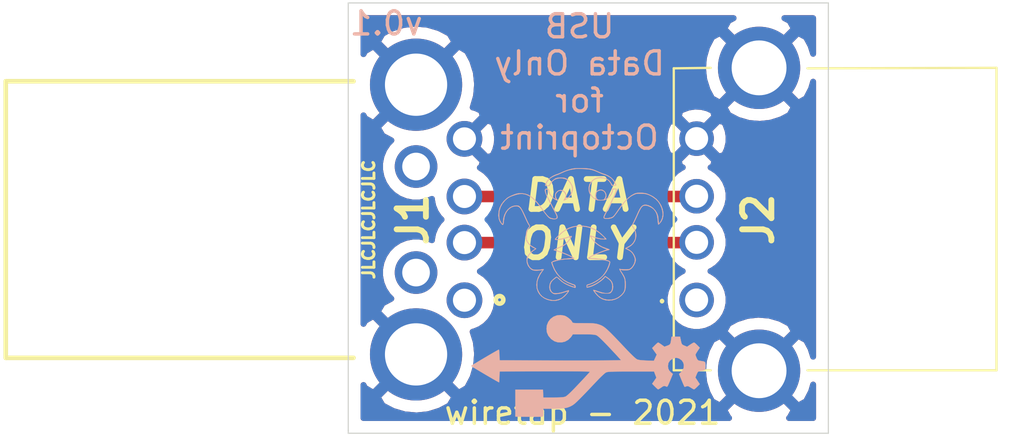
<source format=kicad_pcb>
(kicad_pcb (version 20171130) (host pcbnew "(5.1.6)-1")

  (general
    (thickness 1.6)
    (drawings 10)
    (tracks 4)
    (zones 0)
    (modules 4)
    (nets 6)
  )

  (page A4)
  (layers
    (0 F.Cu signal)
    (31 B.Cu signal)
    (32 B.Adhes user)
    (33 F.Adhes user)
    (34 B.Paste user)
    (35 F.Paste user)
    (36 B.SilkS user)
    (37 F.SilkS user)
    (38 B.Mask user)
    (39 F.Mask user)
    (40 Dwgs.User user)
    (41 Cmts.User user)
    (42 Eco1.User user)
    (43 Eco2.User user)
    (44 Edge.Cuts user)
    (45 Margin user)
    (46 B.CrtYd user)
    (47 F.CrtYd user)
    (48 B.Fab user)
    (49 F.Fab user)
  )

  (setup
    (last_trace_width 0.25)
    (user_trace_width 0.5)
    (trace_clearance 0.2)
    (zone_clearance 0.508)
    (zone_45_only no)
    (trace_min 0.2)
    (via_size 0.8)
    (via_drill 0.4)
    (via_min_size 0.4)
    (via_min_drill 0.3)
    (uvia_size 0.3)
    (uvia_drill 0.1)
    (uvias_allowed no)
    (uvia_min_size 0.2)
    (uvia_min_drill 0.1)
    (edge_width 0.05)
    (segment_width 0.2)
    (pcb_text_width 0.3)
    (pcb_text_size 1.5 1.5)
    (mod_edge_width 0.12)
    (mod_text_size 1 1)
    (mod_text_width 0.15)
    (pad_size 1.524 1.524)
    (pad_drill 0.762)
    (pad_to_mask_clearance 0.05)
    (aux_axis_origin 0 0)
    (visible_elements 7FFFFFFF)
    (pcbplotparams
      (layerselection 0x010fc_ffffffff)
      (usegerberextensions false)
      (usegerberattributes true)
      (usegerberadvancedattributes true)
      (creategerberjobfile true)
      (excludeedgelayer true)
      (linewidth 0.100000)
      (plotframeref false)
      (viasonmask false)
      (mode 1)
      (useauxorigin false)
      (hpglpennumber 1)
      (hpglpenspeed 20)
      (hpglpendiameter 15.000000)
      (psnegative false)
      (psa4output false)
      (plotreference true)
      (plotvalue true)
      (plotinvisibletext false)
      (padsonsilk false)
      (subtractmaskfromsilk false)
      (outputformat 1)
      (mirror false)
      (drillshape 0)
      (scaleselection 1)
      (outputdirectory "//192.168.1.100/Personal/Charlie/~Retro/~PCB's and Kits/USB Data Only/USB-Data-Only/gerbers/"))
  )

  (net 0 "")
  (net 1 "Net-(J1-Pad1)")
  (net 2 D-)
  (net 3 D+)
  (net 4 GND)
  (net 5 "Net-(J2-Pad1)")

  (net_class Default "This is the default net class."
    (clearance 0.2)
    (trace_width 0.25)
    (via_dia 0.8)
    (via_drill 0.4)
    (uvia_dia 0.3)
    (uvia_drill 0.1)
    (add_net D+)
    (add_net D-)
    (add_net GND)
    (add_net "Net-(J1-Pad1)")
    (add_net "Net-(J2-Pad1)")
  )

  (module SamacSys_Parts:octoprint (layer B.Cu) (tedit 0) (tstamp 614E864E)
    (at 153.416 73.533 180)
    (fp_text reference G*** (at 0 0) (layer B.SilkS) hide
      (effects (font (size 1.524 1.524) (thickness 0.3)) (justify mirror))
    )
    (fp_text value LOGO (at 0.75 0) (layer B.SilkS) hide
      (effects (font (size 1.524 1.524) (thickness 0.3)) (justify mirror))
    )
    (fp_poly (pts (xy 0.05496 2.479296) (xy 0.143142 2.477519) (xy 0.213098 2.473603) (xy 0.272644 2.466826)
      (xy 0.329595 2.456468) (xy 0.391769 2.441805) (xy 0.414867 2.435872) (xy 0.508525 2.407815)
      (xy 0.614498 2.370367) (xy 0.715145 2.329936) (xy 0.751841 2.313486) (xy 0.828662 2.278888)
      (xy 0.901883 2.248186) (xy 0.961468 2.225475) (xy 0.988908 2.216732) (xy 1.038106 2.199334)
      (xy 1.103253 2.170583) (xy 1.17114 2.136354) (xy 1.178269 2.132473) (xy 1.271123 2.070437)
      (xy 1.353713 1.994386) (xy 1.420886 1.910836) (xy 1.467489 1.8263) (xy 1.488369 1.747292)
      (xy 1.488845 1.7399) (xy 1.48416 1.722482) (xy 1.463118 1.713476) (xy 1.418165 1.710403)
      (xy 1.398617 1.710267) (xy 1.3071 1.710267) (xy 1.255714 1.801318) (xy 1.18043 1.905418)
      (xy 1.087971 1.980724) (xy 0.977589 2.027614) (xy 0.848534 2.046465) (xy 0.771811 2.045185)
      (xy 0.647933 2.024924) (xy 0.544655 1.980169) (xy 0.458327 1.908429) (xy 0.385297 1.807213)
      (xy 0.36319 1.766319) (xy 0.336657 1.707051) (xy 0.324513 1.65536) (xy 0.323291 1.593574)
      (xy 0.324593 1.569538) (xy 0.347781 1.443504) (xy 0.398654 1.329738) (xy 0.474032 1.234398)
      (xy 0.516467 1.198118) (xy 0.569934 1.160338) (xy 0.60635 1.139199) (xy 0.622712 1.135958)
      (xy 0.616014 1.151869) (xy 0.610571 1.158764) (xy 0.597588 1.18878) (xy 0.586439 1.238967)
      (xy 0.582049 1.273064) (xy 0.580012 1.336809) (xy 0.590251 1.38369) (xy 0.608397 1.418321)
      (xy 0.668397 1.486884) (xy 0.739989 1.526806) (xy 0.817481 1.538569) (xy 0.895177 1.522653)
      (xy 0.967382 1.479539) (xy 1.028403 1.40971) (xy 1.044822 1.381446) (xy 1.059263 1.329893)
      (xy 1.061248 1.265564) (xy 1.051709 1.203394) (xy 1.031579 1.15832) (xy 1.030838 1.157408)
      (xy 1.021229 1.138404) (xy 1.035243 1.136806) (xy 1.067749 1.152126) (xy 1.084199 1.162492)
      (xy 1.189799 1.249668) (xy 1.264661 1.349283) (xy 1.308103 1.460357) (xy 1.314456 1.492813)
      (xy 1.327347 1.548859) (xy 1.348918 1.578761) (xy 1.387116 1.590232) (xy 1.416093 1.591474)
      (xy 1.460592 1.585579) (xy 1.489287 1.565922) (xy 1.501814 1.530315) (xy 1.497806 1.47657)
      (xy 1.476895 1.402499) (xy 1.438714 1.305912) (xy 1.382898 1.184621) (xy 1.329971 1.077569)
      (xy 1.274808 0.968924) (xy 1.217164 0.856485) (xy 1.161581 0.749034) (xy 1.1126 0.655355)
      (xy 1.078537 0.591237) (xy 1.029237 0.495156) (xy 0.998402 0.422937) (xy 0.985204 0.370607)
      (xy 0.988816 0.334196) (xy 1.008409 0.30973) (xy 1.018538 0.303442) (xy 1.067614 0.292148)
      (xy 1.136815 0.295851) (xy 1.216459 0.313471) (xy 1.267624 0.331225) (xy 1.299742 0.347716)
      (xy 1.334519 0.37386) (xy 1.374602 0.412685) (xy 1.422638 0.467215) (xy 1.481276 0.540476)
      (xy 1.553163 0.635494) (xy 1.640947 0.755295) (xy 1.651773 0.770234) (xy 1.781059 0.939868)
      (xy 1.90235 1.079325) (xy 2.018425 1.190534) (xy 2.13206 1.275426) (xy 2.246035 1.335931)
      (xy 2.363127 1.373979) (xy 2.486115 1.391499) (xy 2.548467 1.393182) (xy 2.619849 1.391515)
      (xy 2.677599 1.385997) (xy 2.732809 1.374245) (xy 2.796569 1.353877) (xy 2.879968 1.322512)
      (xy 2.883029 1.321322) (xy 2.971859 1.283638) (xy 3.054558 1.242928) (xy 3.120786 1.204486)
      (xy 3.145529 1.186955) (xy 3.282036 1.060393) (xy 3.388481 0.920956) (xy 3.464092 0.770283)
      (xy 3.508095 0.610012) (xy 3.519717 0.441781) (xy 3.517488 0.398881) (xy 3.496371 0.26756)
      (xy 3.453558 0.158853) (xy 3.387512 0.068284) (xy 3.353356 0.033998) (xy 3.332992 0.022222)
      (xy 3.318169 0.029755) (xy 3.311088 0.03862) (xy 3.300117 0.068543) (xy 3.289921 0.122091)
      (xy 3.282323 0.189035) (xy 3.280997 0.207403) (xy 3.259304 0.354474) (xy 3.215432 0.487536)
      (xy 3.15212 0.603453) (xy 3.072109 0.699093) (xy 2.978139 0.77132) (xy 2.872949 0.816999)
      (xy 2.759279 0.832998) (xy 2.734733 0.832301) (xy 2.684841 0.825544) (xy 2.640875 0.809237)
      (xy 2.600236 0.780041) (xy 2.560326 0.734614) (xy 2.518547 0.669618) (xy 2.472302 0.581714)
      (xy 2.418993 0.46756) (xy 2.377075 0.372533) (xy 2.335327 0.278891) (xy 2.29401 0.19053)
      (xy 2.256625 0.114638) (xy 2.226673 0.058399) (xy 2.213501 0.036745) (xy 2.163976 -0.036576)
      (xy 2.217457 -0.103126) (xy 2.265902 -0.170945) (xy 2.297848 -0.237464) (xy 2.316371 -0.312744)
      (xy 2.324545 -0.406848) (xy 2.325659 -0.4572) (xy 2.323528 -0.558405) (xy 2.314591 -0.63164)
      (xy 2.300545 -0.677334) (xy 2.253909 -0.7543) (xy 2.185739 -0.833529) (xy 2.10607 -0.905028)
      (xy 2.024939 -0.958805) (xy 2.010616 -0.965993) (xy 1.912274 -1.012501) (xy 1.97637 -1.050747)
      (xy 2.088323 -1.134598) (xy 2.189385 -1.243822) (xy 2.232231 -1.303867) (xy 2.265326 -1.358314)
      (xy 2.283651 -1.40288) (xy 2.291519 -1.452524) (xy 2.293227 -1.515534) (xy 2.277859 -1.642065)
      (xy 2.230963 -1.756231) (xy 2.152537 -1.858035) (xy 2.149446 -1.861149) (xy 2.091962 -1.910308)
      (xy 2.031648 -1.941566) (xy 1.959804 -1.957507) (xy 1.867726 -1.960713) (xy 1.820333 -1.958852)
      (xy 1.746651 -1.953754) (xy 1.681578 -1.947256) (xy 1.635727 -1.940489) (xy 1.6256 -1.938096)
      (xy 1.583267 -1.925569) (xy 1.628697 -1.974551) (xy 1.66172 -2.015474) (xy 1.701708 -2.072408)
      (xy 1.733852 -2.123011) (xy 1.809146 -2.275224) (xy 1.854482 -2.4289) (xy 1.869811 -2.580597)
      (xy 1.855089 -2.726874) (xy 1.810269 -2.864289) (xy 1.745343 -2.97591) (xy 1.650745 -3.078755)
      (xy 1.532872 -3.162154) (xy 1.397716 -3.2237) (xy 1.251272 -3.260985) (xy 1.099531 -3.271601)
      (xy 1.022986 -3.266088) (xy 0.895821 -3.236203) (xy 0.77637 -3.177484) (xy 0.660954 -3.08789)
      (xy 0.608781 -3.036354) (xy 0.534887 -2.954533) (xy 0.485041 -2.890198) (xy 0.460046 -2.844537)
      (xy 0.46071 -2.818743) (xy 0.46122 -2.818202) (xy 0.480038 -2.819619) (xy 0.523999 -2.830635)
      (xy 0.586379 -2.84938) (xy 0.654471 -2.871919) (xy 0.774199 -2.907737) (xy 0.88911 -2.932091)
      (xy 0.992999 -2.944307) (xy 1.079658 -2.943711) (xy 1.142882 -2.929631) (xy 1.150959 -2.925791)
      (xy 1.209016 -2.877045) (xy 1.251646 -2.80532) (xy 1.276021 -2.719071) (xy 1.279319 -2.626754)
      (xy 1.269638 -2.570552) (xy 1.230948 -2.472066) (xy 1.168222 -2.388347) (xy 1.077909 -2.313737)
      (xy 0.982613 -2.24834) (xy 0.852351 -2.36999) (xy 0.769086 -2.44245) (xy 0.68772 -2.500028)
      (xy 0.593693 -2.552565) (xy 0.551509 -2.573304) (xy 0.473435 -2.609149) (xy 0.398033 -2.64111)
      (xy 0.335507 -2.664996) (xy 0.304764 -2.674692) (xy 0.251627 -2.688662) (xy 0.208425 -2.700375)
      (xy 0.197856 -2.703369) (xy 0.178075 -2.704561) (xy 0.170979 -2.687073) (xy 0.172456 -2.648981)
      (xy 0.176188 -2.617829) (xy 0.185438 -2.596535) (xy 0.20685 -2.579972) (xy 0.247069 -2.563015)
      (xy 0.312739 -2.540538) (xy 0.313267 -2.540362) (xy 0.507883 -2.462363) (xy 0.675924 -2.366232)
      (xy 0.821065 -2.249072) (xy 0.94698 -2.107983) (xy 1.043299 -1.964267) (xy 1.077139 -1.900865)
      (xy 1.111541 -1.826188) (xy 1.142965 -1.749231) (xy 1.167872 -1.67899) (xy 1.182722 -1.624459)
      (xy 1.185334 -1.603288) (xy 1.169943 -1.592206) (xy 1.128429 -1.576039) (xy 1.06778 -1.556817)
      (xy 0.994983 -1.536571) (xy 0.917025 -1.517332) (xy 0.840895 -1.501129) (xy 0.821267 -1.497487)
      (xy 0.747803 -1.486787) (xy 0.653714 -1.476541) (xy 0.552231 -1.468048) (xy 0.474134 -1.463368)
      (xy 0.391027 -1.45894) (xy 0.318957 -1.454111) (xy 0.265389 -1.449449) (xy 0.237789 -1.445521)
      (xy 0.237177 -1.445339) (xy 0.226779 -1.431724) (xy 0.245139 -1.408512) (xy 0.28905 -1.377293)
      (xy 0.355305 -1.339659) (xy 0.440699 -1.297203) (xy 0.542023 -1.251515) (xy 0.656072 -1.204188)
      (xy 0.779638 -1.156813) (xy 0.909515 -1.110982) (xy 0.913509 -1.109636) (xy 1.073484 -1.05581)
      (xy 0.938909 -0.999975) (xy 0.82992 -0.953343) (xy 0.745963 -0.913463) (xy 0.679997 -0.876208)
      (xy 0.624985 -0.837451) (xy 0.573885 -0.793062) (xy 0.555087 -0.774905) (xy 0.506322 -0.722619)
      (xy 0.455879 -0.661681) (xy 0.408851 -0.599132) (xy 0.370327 -0.542016) (xy 0.345399 -0.497376)
      (xy 0.338667 -0.475497) (xy 0.352594 -0.459395) (xy 0.394439 -0.462106) (xy 0.464293 -0.483643)
      (xy 0.500847 -0.497835) (xy 0.564637 -0.520237) (xy 0.643531 -0.542863) (xy 0.729996 -0.564152)
      (xy 0.816503 -0.582542) (xy 0.895519 -0.596472) (xy 0.959512 -0.604383) (xy 1.000952 -0.604711)
      (xy 1.008151 -0.602986) (xy 1.019007 -0.595112) (xy 1.017842 -0.5814) (xy 1.00175 -0.558052)
      (xy 0.967822 -0.52127) (xy 0.913152 -0.467257) (xy 0.879307 -0.434687) (xy 0.808782 -0.369874)
      (xy 0.736653 -0.308266) (xy 0.671394 -0.256832) (xy 0.621561 -0.222595) (xy 0.435239 -0.129541)
      (xy 0.244075 -0.06932) (xy 0.046318 -0.041667) (xy -0.159784 -0.04632) (xy -0.347142 -0.076418)
      (xy -0.515633 -0.129034) (xy -0.684965 -0.211508) (xy -0.849425 -0.32047) (xy -1.003305 -0.452549)
      (xy -1.030625 -0.479724) (xy -1.07564 -0.526768) (xy -1.099085 -0.555784) (xy -1.103909 -0.572102)
      (xy -1.093064 -0.581054) (xy -1.087748 -0.582926) (xy -1.041381 -0.587107) (xy -0.970527 -0.580428)
      (xy -0.882265 -0.564308) (xy -0.783673 -0.54016) (xy -0.681828 -0.5094) (xy -0.630455 -0.491455)
      (xy -0.559736 -0.466611) (xy -0.501585 -0.448329) (xy -0.462713 -0.438581) (xy -0.449877 -0.438416)
      (xy -0.454393 -0.459731) (xy -0.476905 -0.500137) (xy -0.51285 -0.553465) (xy -0.557666 -0.613545)
      (xy -0.606789 -0.67421) (xy -0.655657 -0.72929) (xy -0.691783 -0.76545) (xy -0.790812 -0.843967)
      (xy -0.910422 -0.918325) (xy -1.037492 -0.981048) (xy -1.133859 -1.017249) (xy -1.178697 -1.032887)
      (xy -1.201925 -1.044166) (xy -1.199864 -1.048322) (xy -1.169778 -1.055451) (xy -1.114821 -1.073488)
      (xy -1.04125 -1.1) (xy -0.955324 -1.132557) (xy -0.863299 -1.168726) (xy -0.771435 -1.206077)
      (xy -0.685988 -1.242178) (xy -0.613217 -1.274597) (xy -0.592666 -1.284257) (xy -0.505417 -1.328666)
      (xy -0.437917 -1.368472) (xy -0.393478 -1.401383) (xy -0.375414 -1.425109) (xy -0.377538 -1.433049)
      (xy -0.398227 -1.438871) (xy -0.443071 -1.44473) (xy -0.502385 -1.449361) (xy -0.502703 -1.449379)
      (xy -0.634112 -1.457097) (xy -0.738163 -1.464032) (xy -0.821337 -1.470841) (xy -0.890111 -1.478188)
      (xy -0.950965 -1.486731) (xy -1.010378 -1.497131) (xy -1.052245 -1.505394) (xy -1.159121 -1.528758)
      (xy -1.234798 -1.549181) (xy -1.281736 -1.567492) (xy -1.302391 -1.584523) (xy -1.303867 -1.59044)
      (xy -1.299018 -1.613347) (xy -1.286137 -1.65962) (xy -1.267718 -1.720435) (xy -1.261857 -1.739026)
      (xy -1.195211 -1.900251) (xy -1.099714 -2.059721) (xy -1.007394 -2.178705) (xy -0.919373 -2.264878)
      (xy -0.807599 -2.350552) (xy -0.681756 -2.429842) (xy -0.551525 -2.496864) (xy -0.426591 -2.545732)
      (xy -0.383045 -2.558185) (xy -0.335563 -2.572107) (xy -0.312562 -2.587858) (xy -0.305282 -2.61374)
      (xy -0.3048 -2.632322) (xy -0.30726 -2.672549) (xy -0.313212 -2.695131) (xy -0.313538 -2.695494)
      (xy -0.33488 -2.696819) (xy -0.379494 -2.688485) (xy -0.438931 -2.672695) (xy -0.504744 -2.651653)
      (xy -0.5588 -2.63152) (xy -0.646513 -2.590826) (xy -0.742177 -2.537442) (xy -0.838857 -2.47617)
      (xy -0.929623 -2.411811) (xy -1.007543 -2.349167) (xy -1.065685 -2.293041) (xy -1.087802 -2.265082)
      (xy -1.112261 -2.228244) (xy -1.195364 -2.281575) (xy -1.293154 -2.353537) (xy -1.360814 -2.427314)
      (xy -1.401784 -2.509223) (xy -1.419499 -2.605582) (xy -1.419467 -2.693405) (xy -1.407098 -2.786198)
      (xy -1.379757 -2.852904) (xy -1.33383 -2.899345) (xy -1.273212 -2.928768) (xy -1.19804 -2.94198)
      (xy -1.099843 -2.936167) (xy -0.97725 -2.911113) (xy -0.828891 -2.866598) (xy -0.782736 -2.850683)
      (xy -0.711357 -2.826699) (xy -0.652124 -2.809108) (xy -0.611985 -2.799828) (xy -0.598187 -2.799769)
      (xy -0.600588 -2.820155) (xy -0.623653 -2.860832) (xy -0.664531 -2.917715) (xy -0.720373 -2.986721)
      (xy -0.76255 -3.035251) (xy -0.869761 -3.131422) (xy -0.9929 -3.200736) (xy -1.127316 -3.243235)
      (xy -1.268356 -3.258956) (xy -1.411368 -3.247941) (xy -1.551699 -3.210229) (xy -1.684698 -3.145859)
      (xy -1.805713 -3.054871) (xy -1.835372 -3.02611) (xy -1.902109 -2.951617) (xy -1.949364 -2.88107)
      (xy -1.980002 -2.806227) (xy -1.996892 -2.718844) (xy -2.002898 -2.610679) (xy -2.002694 -2.544912)
      (xy -1.997333 -2.428719) (xy -1.983105 -2.334449) (xy -1.956504 -2.250588) (xy -1.914028 -2.165618)
      (xy -1.862077 -2.0828) (xy -1.826599 -2.028357) (xy -1.796552 -1.980228) (xy -1.780616 -1.952761)
      (xy -1.769811 -1.928557) (xy -1.778019 -1.922353) (xy -1.811623 -1.930334) (xy -1.816032 -1.931595)
      (xy -1.876059 -1.942104) (xy -1.953276 -1.946623) (xy -2.035517 -1.945402) (xy -2.110617 -1.938692)
      (xy -2.166412 -1.926742) (xy -2.172998 -1.924251) (xy -2.240501 -1.880867) (xy -2.305639 -1.812403)
      (xy -2.363096 -1.72752) (xy -2.407558 -1.634877) (xy -2.433709 -1.543133) (xy -2.4384 -1.49184)
      (xy -2.426879 -1.419272) (xy -2.395963 -1.334831) (xy -2.351116 -1.249638) (xy -2.297805 -1.174816)
      (xy -2.266224 -1.141529) (xy -2.208209 -1.094754) (xy -2.142818 -1.051526) (xy -2.111571 -1.034563)
      (xy -2.030275 -0.995211) (xy -2.111571 -0.957312) (xy -2.233283 -0.883751) (xy -2.330104 -0.790632)
      (xy -2.400901 -0.682207) (xy -2.444546 -0.562725) (xy -2.459909 -0.436437) (xy -2.44586 -0.307594)
      (xy -2.40127 -0.180445) (xy -2.343716 -0.084005) (xy -2.288359 -0.007144) (xy -2.335322 0.068395)
      (xy -2.357702 0.10891) (xy -2.39019 0.17368) (xy -2.429497 0.255859) (xy -2.472332 0.348596)
      (xy -2.505845 0.423333) (xy -2.564241 0.55323) (xy -2.612958 0.655) (xy -2.654771 0.732011)
      (xy -2.692455 0.787629) (xy -2.728785 0.825221) (xy -2.766536 0.848154) (xy -2.808484 0.859795)
      (xy -2.857403 0.863511) (xy -2.868721 0.8636) (xy -2.937357 0.852648) (xy -3.019164 0.823455)
      (xy -3.103159 0.781518) (xy -3.178357 0.732333) (xy -3.233774 0.681395) (xy -3.234418 0.680623)
      (xy -3.292029 0.602241) (xy -3.333759 0.521882) (xy -3.362733 0.430753) (xy -3.382076 0.320056)
      (xy -3.390228 0.242116) (xy -3.397513 0.163629) (xy -3.40448 0.098363) (xy -3.410331 0.053207)
      (xy -3.414216 0.035101) (xy -3.429226 0.041078) (xy -3.459081 0.06466) (xy -3.47302 0.077434)
      (xy -3.553326 0.176347) (xy -3.607011 0.292648) (xy -3.633746 0.422375) (xy -3.633628 0.452538)
      (xy -3.605337 0.452538) (xy -3.583386 0.318773) (xy -3.532073 0.19747) (xy -3.501732 0.150938)
      (xy -3.44713 0.0762) (xy -3.434807 0.143933) (xy -3.426476 0.206792) (xy -3.421647 0.275439)
      (xy -3.421326 0.287867) (xy -3.403882 0.415557) (xy -3.35834 0.537861) (xy -3.28901 0.649813)
      (xy -3.200199 0.746448) (xy -3.096219 0.822803) (xy -2.981378 0.873913) (xy -2.896918 0.892)
      (xy -2.827872 0.89365) (xy -2.767506 0.879009) (xy -2.712822 0.845123) (xy -2.660822 0.789035)
      (xy -2.608509 0.707792) (xy -2.552883 0.598437) (xy -2.515959 0.516467) (xy -2.472796 0.419494)
      (xy -2.423203 0.311342) (xy -2.374777 0.208452) (xy -2.350302 0.157839) (xy -2.26578 -0.014522)
      (xy -2.316387 -0.088076) (xy -2.371608 -0.177559) (xy -2.40529 -0.259149) (xy -2.421843 -0.346711)
      (xy -2.425724 -0.4318) (xy -2.424312 -0.506923) (xy -2.41712 -0.562589) (xy -2.401063 -0.613103)
      (xy -2.374288 -0.670334) (xy -2.317366 -0.762679) (xy -2.246094 -0.837616) (xy -2.15282 -0.902284)
      (xy -2.089512 -0.935991) (xy -2.036436 -0.963355) (xy -1.99791 -0.98549) (xy -1.981604 -0.99796)
      (xy -1.981489 -0.998468) (xy -1.9959 -1.009356) (xy -2.03317 -1.028724) (xy -2.078855 -1.049558)
      (xy -2.145163 -1.083665) (xy -2.210132 -1.125643) (xy -2.242247 -1.151158) (xy -2.29528 -1.212324)
      (xy -2.343368 -1.291592) (xy -2.380807 -1.37708) (xy -2.401894 -1.456909) (xy -2.404533 -1.489126)
      (xy -2.39275 -1.578229) (xy -2.360662 -1.67005) (xy -2.313157 -1.756531) (xy -2.255127 -1.829616)
      (xy -2.191462 -1.881247) (xy -2.156837 -1.897247) (xy -2.112284 -1.905197) (xy -2.045712 -1.909348)
      (xy -1.967552 -1.909923) (xy -1.888233 -1.907146) (xy -1.818184 -1.901238) (xy -1.767836 -1.892422)
      (xy -1.756833 -1.888706) (xy -1.73464 -1.883949) (xy -1.729251 -1.897282) (xy -1.74149 -1.931033)
      (xy -1.772185 -1.987534) (xy -1.818958 -2.064033) (xy -1.876619 -2.158155) (xy -1.917564 -2.233982)
      (xy -1.944635 -2.300864) (xy -1.960676 -2.36815) (xy -1.968532 -2.445193) (xy -1.971046 -2.541341)
      (xy -1.971161 -2.56444) (xy -1.968419 -2.681849) (xy -1.957351 -2.774079) (xy -1.934855 -2.849411)
      (xy -1.897832 -2.916127) (xy -1.843181 -2.982508) (xy -1.797301 -3.028855) (xy -1.676528 -3.122767)
      (xy -1.540301 -3.187207) (xy -1.39112 -3.221416) (xy -1.231485 -3.22464) (xy -1.17213 -3.218096)
      (xy -1.038485 -3.187931) (xy -0.924883 -3.136502) (xy -0.823439 -3.059331) (xy -0.745661 -2.975961)
      (xy -0.701531 -2.921743) (xy -0.667008 -2.877487) (xy -0.646898 -2.849449) (xy -0.643723 -2.843233)
      (xy -0.658381 -2.844405) (xy -0.6982 -2.855444) (xy -0.756609 -2.874382) (xy -0.808566 -2.892553)
      (xy -0.892007 -2.92109) (xy -0.958477 -2.938911) (xy -1.022162 -2.948574) (xy -1.097248 -2.952635)
      (xy -1.146038 -2.953387) (xy -1.224371 -2.953644) (xy -1.276899 -2.951646) (xy -1.311678 -2.945657)
      (xy -1.336766 -2.93394) (xy -1.36022 -2.914762) (xy -1.370512 -2.905029) (xy -1.421476 -2.835877)
      (xy -1.44944 -2.74634) (xy -1.456078 -2.658533) (xy -1.443881 -2.547932) (xy -1.405709 -2.45071)
      (xy -1.339192 -2.363085) (xy -1.24196 -2.281275) (xy -1.203353 -2.255309) (xy -1.111306 -2.196267)
      (xy -1.05942 -2.255196) (xy -0.960565 -2.35108) (xy -0.838514 -2.444051) (xy -0.703363 -2.527922)
      (xy -0.565207 -2.596505) (xy -0.434143 -2.643615) (xy -0.4191 -2.6476) (xy -0.364988 -2.660629)
      (xy -0.335871 -2.664255) (xy -0.324027 -2.657832) (xy -0.321735 -2.640714) (xy -0.321733 -2.639461)
      (xy -0.331174 -2.609474) (xy -0.3429 -2.60056) (xy -0.557898 -2.52299) (xy -0.750845 -2.421082)
      (xy -0.920589 -2.295627) (xy -1.06598 -2.147421) (xy -1.137423 -2.053199) (xy -1.187341 -1.973261)
      (xy -1.233033 -1.886532) (xy -1.272218 -1.799089) (xy -1.302617 -1.717007) (xy -1.321947 -1.646361)
      (xy -1.327928 -1.593227) (xy -1.320385 -1.565833) (xy -1.282627 -1.539574) (xy -1.216061 -1.513709)
      (xy -1.12574 -1.489279) (xy -1.016717 -1.467323) (xy -0.894045 -1.448881) (xy -0.762776 -1.434992)
      (xy -0.648254 -1.427545) (xy -0.566645 -1.42276) (xy -0.499762 -1.416773) (xy -0.453502 -1.41027)
      (xy -0.433757 -1.403941) (xy -0.433634 -1.402499) (xy -0.457722 -1.382798) (xy -0.508355 -1.35429)
      (xy -0.580062 -1.319217) (xy -0.667374 -1.279818) (xy -0.764821 -1.238336) (xy -0.866934 -1.197011)
      (xy -0.968243 -1.158084) (xy -1.063278 -1.123797) (xy -1.14657 -1.096389) (xy -1.212649 -1.078103)
      (xy -1.237741 -1.073046) (xy -1.279475 -1.063269) (xy -1.30237 -1.051872) (xy -1.303867 -1.048727)
      (xy -1.288781 -1.038115) (xy -1.248344 -1.021136) (xy -1.18979 -1.000661) (xy -1.1557 -0.989924)
      (xy -0.98568 -0.926707) (xy -0.839782 -0.846472) (xy -0.710783 -0.745032) (xy -0.67659 -0.712141)
      (xy -0.619307 -0.651628) (xy -0.570536 -0.594288) (xy -0.533176 -0.544376) (xy -0.510126 -0.506147)
      (xy -0.504284 -0.483858) (xy -0.518549 -0.481762) (xy -0.520056 -0.482351) (xy -0.669324 -0.538205)
      (xy -0.80088 -0.575981) (xy -0.924018 -0.598039) (xy -1.0033 -0.60503) (xy -1.076282 -0.607581)
      (xy -1.131796 -0.606624) (xy -1.163461 -0.6024) (xy -1.1684 -0.598767) (xy -1.156438 -0.579371)
      (xy -1.124079 -0.542948) (xy -1.076616 -0.494541) (xy -1.019341 -0.43919) (xy -0.957545 -0.381938)
      (xy -0.896521 -0.327828) (xy -0.84156 -0.281902) (xy -0.811733 -0.258929) (xy -0.641082 -0.151842)
      (xy -0.463057 -0.076194) (xy -0.273689 -0.030724) (xy -0.069009 -0.014168) (xy -0.042333 -0.014068)
      (xy 0.140903 -0.024082) (xy 0.306611 -0.054107) (xy 0.460246 -0.106547) (xy 0.607263 -0.183803)
      (xy 0.753116 -0.28828) (xy 0.903262 -0.422381) (xy 0.918634 -0.437425) (xy 0.975478 -0.494501)
      (xy 1.022232 -0.54342) (xy 1.05422 -0.579147) (xy 1.066767 -0.596647) (xy 1.0668 -0.596966)
      (xy 1.051573 -0.619147) (xy 1.008703 -0.630295) (xy 0.942402 -0.630865) (xy 0.856886 -0.621313)
      (xy 0.756368 -0.602096) (xy 0.645062 -0.573669) (xy 0.536101 -0.53955) (xy 0.470465 -0.518026)
      (xy 0.417986 -0.502444) (xy 0.386051 -0.494916) (xy 0.379945 -0.494945) (xy 0.384311 -0.51249)
      (xy 0.405658 -0.549063) (xy 0.439066 -0.597859) (xy 0.479615 -0.652071) (xy 0.522385 -0.704894)
      (xy 0.562458 -0.749523) (xy 0.568171 -0.755329) (xy 0.613502 -0.795941) (xy 0.668021 -0.834777)
      (xy 0.73696 -0.874776) (xy 0.825553 -0.91888) (xy 0.939029 -0.970028) (xy 0.98733 -0.990882)
      (xy 1.049558 -1.019318) (xy 1.096095 -1.044083) (xy 1.12092 -1.061765) (xy 1.122797 -1.067644)
      (xy 1.100942 -1.078306) (xy 1.055449 -1.094826) (xy 0.995309 -1.113991) (xy 0.982134 -1.117913)
      (xy 0.899445 -1.144383) (xy 0.801612 -1.179079) (xy 0.696433 -1.218882) (xy 0.591704 -1.260676)
      (xy 0.495225 -1.301343) (xy 0.414795 -1.337767) (xy 0.35821 -1.366829) (xy 0.3556 -1.368355)
      (xy 0.2794 -1.413408) (xy 0.423334 -1.425622) (xy 0.62891 -1.445422) (xy 0.801866 -1.467256)
      (xy 0.943401 -1.491357) (xy 1.054714 -1.517961) (xy 1.137003 -1.547303) (xy 1.186 -1.575303)
      (xy 1.223873 -1.603871) (xy 1.179389 -1.736177) (xy 1.098258 -1.925634) (xy 0.989086 -2.09768)
      (xy 0.854016 -2.250263) (xy 0.695192 -2.381328) (xy 0.514757 -2.488823) (xy 0.314855 -2.570695)
      (xy 0.3048 -2.573947) (xy 0.245907 -2.59658) (xy 0.214874 -2.619218) (xy 0.206422 -2.638326)
      (xy 0.205306 -2.657897) (xy 0.21497 -2.665213) (xy 0.243076 -2.661399) (xy 0.287346 -2.650204)
      (xy 0.357598 -2.627341) (xy 0.443875 -2.592989) (xy 0.53527 -2.55213) (xy 0.62088 -2.509743)
      (xy 0.6898 -2.470807) (xy 0.7112 -2.456643) (xy 0.75209 -2.424634) (xy 0.806749 -2.378024)
      (xy 0.864671 -2.325827) (xy 0.876042 -2.315211) (xy 0.935611 -2.263036) (xy 0.978733 -2.23356)
      (xy 1.002887 -2.228499) (xy 1.003042 -2.228588) (xy 1.061106 -2.268197) (xy 1.125428 -2.320223)
      (xy 1.185941 -2.375743) (xy 1.232577 -2.425835) (xy 1.246323 -2.444182) (xy 1.284256 -2.524397)
      (xy 1.304232 -2.616963) (xy 1.305939 -2.711488) (xy 1.289062 -2.797581) (xy 1.258792 -2.857844)
      (xy 1.221198 -2.898849) (xy 1.173768 -2.93897) (xy 1.166843 -2.943902) (xy 1.132917 -2.964534)
      (xy 1.099421 -2.975473) (xy 1.055335 -2.978588) (xy 0.989642 -2.975751) (xy 0.982134 -2.975257)
      (xy 0.883583 -2.961995) (xy 0.767139 -2.935393) (xy 0.673527 -2.907699) (xy 0.595389 -2.882581)
      (xy 0.544509 -2.867528) (xy 0.516029 -2.861854) (xy 0.505093 -2.864874) (xy 0.506843 -2.875904)
      (xy 0.511279 -2.884811) (xy 0.541828 -2.928285) (xy 0.590866 -2.984017) (xy 0.649971 -3.043704)
      (xy 0.710721 -3.099041) (xy 0.764693 -3.141728) (xy 0.785531 -3.155178) (xy 0.85113 -3.186744)
      (xy 0.932771 -3.214031) (xy 1.03927 -3.239976) (xy 1.0414 -3.240434) (xy 1.104862 -3.24545)
      (xy 1.188309 -3.240179) (xy 1.279945 -3.226037) (xy 1.367973 -3.204441) (xy 1.384412 -3.199251)
      (xy 1.514708 -3.145514) (xy 1.618575 -3.076888) (xy 1.702056 -2.988102) (xy 1.771195 -2.873886)
      (xy 1.781186 -2.853207) (xy 1.808827 -2.790728) (xy 1.825479 -2.739436) (xy 1.833857 -2.686118)
      (xy 1.836676 -2.617558) (xy 1.836856 -2.582333) (xy 1.83421 -2.490531) (xy 1.824703 -2.417632)
      (xy 1.806035 -2.348979) (xy 1.795653 -2.319867) (xy 1.72136 -2.156207) (xy 1.630161 -2.013924)
      (xy 1.597902 -1.973925) (xy 1.568567 -1.935213) (xy 1.55492 -1.907833) (xy 1.557063 -1.899624)
      (xy 1.582734 -1.899572) (xy 1.628803 -1.905942) (xy 1.660286 -1.912061) (xy 1.742036 -1.924309)
      (xy 1.83232 -1.929481) (xy 1.920141 -1.927709) (xy 1.994501 -1.919128) (xy 2.036777 -1.907502)
      (xy 2.114959 -1.857524) (xy 2.180974 -1.782453) (xy 2.230668 -1.690102) (xy 2.25989 -1.588285)
      (xy 2.264484 -1.484813) (xy 2.264023 -1.480023) (xy 2.237507 -1.377052) (xy 2.181778 -1.274913)
      (xy 2.101142 -1.179291) (xy 1.999902 -1.095869) (xy 1.948871 -1.063883) (xy 1.908095 -1.038181)
      (xy 1.883255 -1.017878) (xy 1.879731 -1.01198) (xy 1.893694 -0.998965) (xy 1.930768 -0.975861)
      (xy 1.983522 -0.947219) (xy 1.994871 -0.941443) (xy 2.103154 -0.873645) (xy 2.193434 -0.790574)
      (xy 2.257899 -0.699462) (xy 2.259323 -0.696737) (xy 2.284793 -0.621046) (xy 2.297275 -0.522433)
      (xy 2.296044 -0.409543) (xy 2.288943 -0.342205) (xy 2.275511 -0.26723) (xy 2.256312 -0.211042)
      (xy 2.225426 -0.158563) (xy 2.206858 -0.13309) (xy 2.173851 -0.086249) (xy 2.152133 -0.049182)
      (xy 2.146538 -0.031472) (xy 2.157729 -0.008242) (xy 2.18048 0.031009) (xy 2.190546 0.047279)
      (xy 2.212617 0.087033) (xy 2.243898 0.149529) (xy 2.280308 0.226361) (xy 2.317768 0.309118)
      (xy 2.319598 0.313267) (xy 2.386521 0.462112) (xy 2.443816 0.582069) (xy 2.493373 0.676096)
      (xy 2.537083 0.747152) (xy 2.576838 0.798195) (xy 2.614529 0.832185) (xy 2.652047 0.852079)
      (xy 2.666885 0.856617) (xy 2.709812 0.861403) (xy 2.769461 0.861073) (xy 2.80565 0.858397)
      (xy 2.918744 0.830348) (xy 3.023252 0.772861) (xy 3.116334 0.689873) (xy 3.195154 0.585323)
      (xy 3.256875 0.463146) (xy 3.298657 0.32728) (xy 3.317666 0.181663) (xy 3.31852 0.146755)
      (xy 3.321702 0.087482) (xy 3.331769 0.059103) (xy 3.350438 0.061658) (xy 3.379427 0.095188)
      (xy 3.414035 0.149017) (xy 3.449433 0.216006) (xy 3.471903 0.282714) (xy 3.483889 0.359892)
      (xy 3.48783 0.45829) (xy 3.487879 0.474133) (xy 3.471528 0.640235) (xy 3.422956 0.796749)
      (xy 3.342819 0.942219) (xy 3.231774 1.075185) (xy 3.206422 1.099675) (xy 3.1485 1.151984)
      (xy 3.099219 1.19039) (xy 3.048538 1.220873) (xy 2.986414 1.249413) (xy 2.902805 1.281989)
      (xy 2.895981 1.28454) (xy 2.740767 1.335242) (xy 2.604402 1.362917) (xy 2.480883 1.367547)
      (xy 2.364209 1.349112) (xy 2.248377 1.307595) (xy 2.1968 1.28236) (xy 2.1179 1.234355)
      (xy 2.037273 1.171283) (xy 1.951937 1.090113) (xy 1.858914 0.987814) (xy 1.755223 0.861354)
      (xy 1.656925 0.733208) (xy 1.566372 0.613129) (xy 1.492709 0.51759) (xy 1.433135 0.443577)
      (xy 1.384849 0.388077) (xy 1.345047 0.348077) (xy 1.310928 0.320565) (xy 1.27969 0.302527)
      (xy 1.24853 0.29095) (xy 1.2446 0.289834) (xy 1.161934 0.273839) (xy 1.083792 0.270831)
      (xy 1.019021 0.280337) (xy 0.97647 0.301882) (xy 0.974083 0.30434) (xy 0.957675 0.329945)
      (xy 0.952533 0.361869) (xy 0.959973 0.404387) (xy 0.981311 0.461775) (xy 1.017865 0.538309)
      (xy 1.07095 0.638262) (xy 1.08452 0.66299) (xy 1.133653 0.753827) (xy 1.182718 0.84744)
      (xy 1.226413 0.933534) (xy 1.259434 1.001811) (xy 1.26272 1.008961) (xy 1.301194 1.089271)
      (xy 1.345471 1.175628) (xy 1.386133 1.249678) (xy 1.387086 1.251322) (xy 1.43839 1.357705)
      (xy 1.463324 1.45675) (xy 1.463797 1.4605) (xy 1.475637 1.557867) (xy 1.415152 1.557867)
      (xy 1.370388 1.552077) (xy 1.354667 1.535566) (xy 1.354667 1.53554) (xy 1.350083 1.507656)
      (xy 1.338305 1.45989) (xy 1.327872 1.422985) (xy 1.287186 1.335251) (xy 1.220824 1.24837)
      (xy 1.136196 1.170433) (xy 1.041178 1.109771) (xy 0.986631 1.085618) (xy 0.948637 1.075234)
      (xy 0.931174 1.078386) (xy 0.938218 1.094839) (xy 0.96035 1.114525) (xy 1.00431 1.168969)
      (xy 1.028635 1.24689) (xy 1.032934 1.304256) (xy 1.027656 1.350834) (xy 1.007608 1.391747)
      (xy 0.967822 1.43862) (xy 0.924863 1.479661) (xy 0.889001 1.500184) (xy 0.847064 1.506803)
      (xy 0.831514 1.507066) (xy 0.743417 1.49426) (xy 0.676373 1.455259) (xy 0.62895 1.389191)
      (xy 0.625585 1.381867) (xy 0.606131 1.328577) (xy 0.603406 1.28464) (xy 0.612058 1.243369)
      (xy 0.632566 1.187267) (xy 0.658736 1.137205) (xy 0.662322 1.131919) (xy 0.686499 1.094891)
      (xy 0.689603 1.078392) (xy 0.66909 1.08135) (xy 0.622416 1.102693) (xy 0.608992 1.109441)
      (xy 0.488675 1.187074) (xy 0.396061 1.28351) (xy 0.331956 1.397618) (xy 0.297167 1.528263)
      (xy 0.294209 1.552207) (xy 0.289939 1.612985) (xy 0.294118 1.660286) (xy 0.309575 1.709158)
      (xy 0.334027 1.763874) (xy 0.406143 1.883803) (xy 0.496285 1.978855) (xy 0.58092 2.035414)
      (xy 0.653383 2.060253) (xy 0.745641 2.073692) (xy 0.845863 2.07574) (xy 0.942222 2.066402)
      (xy 1.022887 2.045686) (xy 1.046397 2.035134) (xy 1.150417 1.96592) (xy 1.23707 1.880082)
      (xy 1.288626 1.803698) (xy 1.315308 1.757992) (xy 1.339019 1.735323) (xy 1.370532 1.727776)
      (xy 1.392738 1.7272) (xy 1.438854 1.732264) (xy 1.455983 1.748353) (xy 1.456267 1.751803)
      (xy 1.443465 1.805318) (xy 1.406083 1.877402) (xy 1.349469 1.96) (xy 1.305265 2.01235)
      (xy 1.255902 2.054317) (xy 1.19063 2.094237) (xy 1.147473 2.116633) (xy 1.084566 2.14696)
      (xy 1.031796 2.170277) (xy 0.997379 2.183039) (xy 0.990325 2.1844) (xy 0.966329 2.191171)
      (xy 0.919631 2.20937) (xy 0.858089 2.235824) (xy 0.81872 2.253685) (xy 0.708883 2.303594)
      (xy 0.620494 2.341185) (xy 0.544826 2.369516) (xy 0.473152 2.391646) (xy 0.396745 2.410633)
      (xy 0.330606 2.424749) (xy 0.259563 2.438119) (xy 0.194765 2.447126) (xy 0.127609 2.452259)
      (xy 0.049496 2.454007) (xy -0.048178 2.452861) (xy -0.127 2.450771) (xy -0.266474 2.444955)
      (xy -0.381111 2.435452) (xy -0.479898 2.42029) (xy -0.57182 2.397499) (xy -0.665864 2.365106)
      (xy -0.771017 2.32114) (xy -0.821266 2.29847) (xy -0.899446 2.264046) (xy -0.974867 2.233213)
      (xy -1.037131 2.210107) (xy -1.066373 2.200991) (xy -1.160714 2.167814) (xy -1.258767 2.119534)
      (xy -1.346396 2.06371) (xy -1.390133 2.027842) (xy -1.443242 1.968245) (xy -1.494161 1.894672)
      (xy -1.533921 1.821013) (xy -1.548783 1.782233) (xy -1.552892 1.757818) (xy -1.540338 1.746912)
      (xy -1.503282 1.744172) (xy -1.492891 1.744133) (xy -1.454568 1.746196) (xy -1.428294 1.757057)
      (xy -1.404936 1.783726) (xy -1.375361 1.833211) (xy -1.374247 1.835184) (xy -1.297996 1.938909)
      (xy -1.201817 2.015276) (xy -1.085832 2.064221) (xy -0.95016 2.085682) (xy -0.893406 2.086617)
      (xy -0.774189 2.072852) (xy -0.670417 2.033801) (xy -0.572899 1.965723) (xy -0.553094 1.94807)
      (xy -0.475454 1.861354) (xy -0.42648 1.767545) (xy -0.402707 1.658618) (xy -0.399136 1.591733)
      (xy -0.408855 1.475192) (xy -0.442748 1.374149) (xy -0.50431 1.2805) (xy -0.5588 1.221725)
      (xy -0.630923 1.158823) (xy -0.700561 1.117702) (xy -0.778117 1.094389) (xy -0.873996 1.084911)
      (xy -0.919177 1.084105) (xy -1.021855 1.087873) (xy -1.102294 1.102093) (xy -1.171397 1.130256)
      (xy -1.240067 1.175852) (xy -1.263182 1.194245) (xy -1.306453 1.238758) (xy -1.351359 1.299407)
      (xy -1.392169 1.366522) (xy -1.423152 1.430434) (xy -1.438578 1.481473) (xy -1.439333 1.491453)
      (xy -1.447173 1.542215) (xy -1.47462 1.568039) (xy -1.523283 1.5748) (xy -1.586675 1.5748)
      (xy -1.573771 1.493166) (xy -1.561856 1.451631) (xy -1.536204 1.384817) (xy -1.498976 1.297347)
      (xy -1.452335 1.193843) (xy -1.398446 1.078929) (xy -1.33947 0.957228) (xy -1.277571 0.833361)
      (xy -1.214912 0.711952) (xy -1.161189 0.611418) (xy -1.107985 0.511275) (xy -1.071404 0.435913)
      (xy -1.050053 0.381437) (xy -1.042536 0.343951) (xy -1.04746 0.31956) (xy -1.053815 0.311378)
      (xy -1.09155 0.294028) (xy -1.152208 0.28603) (xy -1.226317 0.286858) (xy -1.304405 0.295988)
      (xy -1.377001 0.312896) (xy -1.425284 0.331939) (xy -1.454035 0.350786) (xy -1.487316 0.381498)
      (xy -1.527848 0.427381) (xy -1.578356 0.491738) (xy -1.64156 0.577875) (xy -1.720185 0.689096)
      (xy -1.723796 0.694267) (xy -1.835931 0.850286) (xy -1.936338 0.979375) (xy -2.028371 1.084925)
      (xy -2.115381 1.170331) (xy -2.200722 1.238983) (xy -2.287745 1.294277) (xy -2.346479 1.324509)
      (xy -2.399273 1.348629) (xy -2.442347 1.364465) (xy -2.485318 1.373688) (xy -2.537806 1.377971)
      (xy -2.609428 1.378987) (xy -2.658533 1.378771) (xy -2.783779 1.373892) (xy -2.88804 1.358847)
      (xy -2.983515 1.330233) (xy -3.082403 1.284648) (xy -3.16637 1.237143) (xy -3.308217 1.134534)
      (xy -3.422419 1.01243) (xy -3.495286 0.897985) (xy -3.561261 0.745207) (xy -3.597953 0.595704)
      (xy -3.605337 0.452538) (xy -3.633628 0.452538) (xy -3.6332 0.561567) (xy -3.605044 0.706263)
      (xy -3.548946 0.852501) (xy -3.539255 0.872066) (xy -3.446691 1.022563) (xy -3.334218 1.147045)
      (xy -3.198062 1.249249) (xy -3.107266 1.299537) (xy -2.999481 1.349588) (xy -2.907284 1.383007)
      (xy -2.818628 1.402735) (xy -2.721462 1.411712) (xy -2.6416 1.413174) (xy -2.5581 1.412193)
      (xy -2.49783 1.408262) (xy -2.450169 1.399467) (xy -2.404496 1.383894) (xy -2.353733 1.361292)
      (xy -2.244175 1.299573) (xy -2.133518 1.215909) (xy -2.019701 1.108198) (xy -1.900663 0.974339)
      (xy -1.774344 0.812232) (xy -1.666521 0.660591) (xy -1.598409 0.562122) (xy -1.545072 0.487772)
      (xy -1.50236 0.433571) (xy -1.466128 0.395548) (xy -1.432226 0.369737) (xy -1.396507 0.352166)
      (xy -1.354822 0.338866) (xy -1.321416 0.330351) (xy -1.217307 0.312) (xy -1.135866 0.313051)
      (xy -1.133941 0.313367) (xy -1.090263 0.322645) (xy -1.072434 0.335408) (xy -1.07266 0.359049)
      (xy -1.075054 0.369249) (xy -1.086732 0.399045) (xy -1.111657 0.452209) (xy -1.146724 0.522451)
      (xy -1.188828 0.603481) (xy -1.213387 0.649491) (xy -1.264283 0.745863) (xy -1.315726 0.846614)
      (xy -1.362559 0.941426) (xy -1.399623 1.019986) (xy -1.407921 1.03851) (xy -1.440357 1.109624)
      (xy -1.471472 1.173372) (xy -1.496559 1.220296) (xy -1.505661 1.23491) (xy -1.537636 1.29081)
      (xy -1.566728 1.359523) (xy -1.590405 1.43221) (xy -1.606136 1.500034) (xy -1.61139 1.554155)
      (xy -1.605431 1.583277) (xy -1.583898 1.591884) (xy -1.540335 1.595305) (xy -1.508688 1.594332)
      (xy -1.457465 1.589131) (xy -1.431703 1.579747) (xy -1.422995 1.56189) (xy -1.4224 1.550292)
      (xy -1.409408 1.474162) (xy -1.37426 1.388741) (xy -1.322701 1.303939) (xy -1.260472 1.229664)
      (xy -1.212761 1.188607) (xy -1.162456 1.155606) (xy -1.126187 1.137675) (xy -1.107989 1.135833)
      (xy -1.1119 1.151095) (xy -1.124166 1.1663) (xy -1.157598 1.226828) (xy -1.162351 1.27121)
      (xy -1.132668 1.27121) (xy -1.11268 1.199775) (xy -1.067316 1.136875) (xy -1.050644 1.122372)
      (xy -1.017237 1.110173) (xy -0.962836 1.103263) (xy -0.899931 1.101848) (xy -0.84101 1.106138)
      (xy -0.798564 1.116342) (xy -0.794929 1.118102) (xy -0.753562 1.157708) (xy -0.725096 1.219528)
      (xy -0.711798 1.293618) (xy -0.715936 1.370039) (xy -0.727711 1.412823) (xy -0.762479 1.461487)
      (xy -0.820229 1.499595) (xy -0.890387 1.521188) (xy -0.924816 1.523937) (xy -1.000488 1.509459)
      (xy -1.06119 1.470306) (xy -1.104841 1.413118) (xy -1.129361 1.344539) (xy -1.132668 1.27121)
      (xy -1.162351 1.27121) (xy -1.16543 1.299948) (xy -1.148862 1.377545) (xy -1.109095 1.451508)
      (xy -1.076397 1.489037) (xy -1.006023 1.535894) (xy -0.927086 1.553681) (xy -0.847071 1.543156)
      (xy -0.773457 1.505073) (xy -0.722739 1.453295) (xy -0.693501 1.390159) (xy -0.680807 1.312274)
      (xy -0.68586 1.235008) (xy -0.701875 1.186992) (xy -0.730188 1.132242) (xy -0.69106 1.153069)
      (xy -0.591156 1.223505) (xy -0.513874 1.31317) (xy -0.460373 1.416579) (xy -0.431811 1.528252)
      (xy -0.429346 1.642707) (xy -0.454135 1.754459) (xy -0.507338 1.858029) (xy -0.534673 1.893432)
      (xy -0.624134 1.976247) (xy -0.726529 2.02906) (xy -0.845431 2.053467) (xy -0.897466 2.055633)
      (xy -0.971743 2.052882) (xy -1.043361 2.045388) (xy -1.095721 2.035038) (xy -1.195255 1.989472)
      (xy -1.282354 1.918304) (xy -1.347517 1.829584) (xy -1.354667 1.815562) (xy -1.397 1.727697)
      (xy -1.494367 1.727448) (xy -1.550581 1.730205) (xy -1.584714 1.737952) (xy -1.591733 1.745182)
      (xy -1.584919 1.769081) (xy -1.56721 1.81303) (xy -1.546831 1.858079) (xy -1.476077 1.969869)
      (xy -1.377386 2.069523) (xy -1.255645 2.153246) (xy -1.115742 2.217241) (xy -1.062031 2.234672)
      (xy -1.001065 2.255112) (xy -0.921707 2.285472) (xy -0.83608 2.320983) (xy -0.783575 2.344216)
      (xy -0.679245 2.38944) (xy -0.585966 2.423589) (xy -0.495891 2.448131) (xy -0.401171 2.464535)
      (xy -0.293958 2.474267) (xy -0.166402 2.478795) (xy -0.059266 2.479656) (xy 0.05496 2.479296)) (layer B.SilkS) (width 0.01))
  )

  (module SamacSys_Parts:osh-usb-smaller (layer B.Cu) (tedit 0) (tstamp 614E84A9)
    (at 153.797 79.629 180)
    (fp_text reference G*** (at 0 0) (layer B.SilkS) hide
      (effects (font (size 1.524 1.524) (thickness 0.3)) (justify mirror))
    )
    (fp_text value LOGO (at 0.75 0) (layer B.SilkS) hide
      (effects (font (size 1.524 1.524) (thickness 0.3)) (justify mirror))
    )
    (fp_poly (pts (xy 1.36856 2.189642) (xy 1.514963 2.131615) (xy 1.639356 2.038177) (xy 1.735045 1.91421)
      (xy 1.795337 1.764597) (xy 1.813804 1.6129) (xy 1.79448 1.452513) (xy 1.733655 1.312498)
      (xy 1.627047 1.183663) (xy 1.603837 1.162008) (xy 1.468899 1.071744) (xy 1.319083 1.024848)
      (xy 1.163693 1.020017) (xy 1.012037 1.055947) (xy 0.873419 1.131332) (xy 0.757147 1.24487)
      (xy 0.729022 1.284615) (xy 0.6731 1.370972) (xy 0.210064 1.371286) (xy 0.027852 1.370321)
      (xy -0.111025 1.366806) (xy -0.21399 1.360233) (xy -0.288468 1.350092) (xy -0.341884 1.335875)
      (xy -0.349639 1.332922) (xy -0.39566 1.305712) (xy -0.462519 1.251606) (xy -0.552842 1.16811)
      (xy -0.669256 1.052724) (xy -0.814389 0.902952) (xy -0.928003 0.783186) (xy -1.054196 0.648853)
      (xy -1.168651 0.526157) (xy -1.266806 0.420056) (xy -1.344101 0.33551) (xy -1.395975 0.277476)
      (xy -1.417866 0.250914) (xy -1.418207 0.250246) (xy -1.394549 0.247256) (xy -1.323294 0.244518)
      (xy -1.207645 0.242049) (xy -1.050803 0.239869) (xy -0.855971 0.237996) (xy -0.626351 0.236449)
      (xy -0.365146 0.235248) (xy -0.075557 0.23441) (xy 0.239212 0.233954) (xy 0.57596 0.2339)
      (xy 0.931484 0.234266) (xy 1.210693 0.234832) (xy 3.8481 0.2413) (xy 3.855426 0.478042)
      (xy 3.860597 0.5795) (xy 3.868462 0.657391) (xy 3.877735 0.701081) (xy 3.883071 0.706642)
      (xy 3.922277 0.686967) (xy 3.995372 0.646655) (xy 4.095482 0.589767) (xy 4.21573 0.520365)
      (xy 4.349241 0.44251) (xy 4.489141 0.360266) (xy 4.628552 0.277695) (xy 4.760601 0.198857)
      (xy 4.878411 0.127816) (xy 4.975107 0.068634) (xy 5.043813 0.025371) (xy 5.077655 0.002092)
      (xy 5.08 -0.00051) (xy 5.059118 -0.016397) (xy 5.00105 -0.053541) (xy 4.912663 -0.107905)
      (xy 4.800825 -0.175447) (xy 4.672402 -0.252128) (xy 4.534262 -0.333909) (xy 4.393271 -0.416749)
      (xy 4.256296 -0.49661) (xy 4.130206 -0.569451) (xy 4.021866 -0.631234) (xy 3.938143 -0.677917)
      (xy 3.885906 -0.705462) (xy 3.87189 -0.7112) (xy 3.867164 -0.687669) (xy 3.862085 -0.624527)
      (xy 3.857437 -0.532952) (xy 3.855403 -0.47625) (xy 3.8481 -0.2413) (xy 1.88378 -0.234792)
      (xy 1.551751 -0.233976) (xy 1.241331 -0.233773) (xy 0.95579 -0.234156) (xy 0.698397 -0.2351)
      (xy 0.472421 -0.236577) (xy 0.281131 -0.238561) (xy 0.127796 -0.241025) (xy 0.015686 -0.243942)
      (xy -0.051931 -0.247287) (xy -0.07202 -0.250751) (xy -0.052985 -0.274437) (xy -0.003546 -0.330005)
      (xy 0.071732 -0.412491) (xy 0.168283 -0.51693) (xy 0.281541 -0.638357) (xy 0.40694 -0.771809)
      (xy 0.418177 -0.783721) (xy 0.584049 -0.957748) (xy 0.719427 -1.095716) (xy 0.826917 -1.200103)
      (xy 0.909128 -1.273382) (xy 0.968666 -1.318032) (xy 0.996541 -1.332913) (xy 1.050134 -1.348614)
      (xy 1.12522 -1.359772) (xy 1.229409 -1.366944) (xy 1.370311 -1.370691) (xy 1.523353 -1.3716)
      (xy 1.953478 -1.3716) (xy 1.9685 -1.0287) (xy 3.1623 -1.0287) (xy 3.1623 -2.1971)
      (xy 2.576439 -2.203906) (xy 2.408796 -2.205122) (xy 2.258358 -2.204817) (xy 2.132488 -2.203121)
      (xy 2.038548 -2.200163) (xy 1.983898 -2.196072) (xy 1.973189 -2.193323) (xy 1.964135 -2.160586)
      (xy 1.957846 -2.092587) (xy 1.9558 -2.015066) (xy 1.9558 -1.8542) (xy 1.513562 -1.8542)
      (xy 1.305554 -1.851707) (xy 1.13873 -1.84303) (xy 1.003664 -1.826373) (xy 0.890928 -1.799937)
      (xy 0.791097 -1.761924) (xy 0.694745 -1.710539) (xy 0.66549 -1.692488) (xy 0.618053 -1.657862)
      (xy 0.553921 -1.602864) (xy 0.470663 -1.525053) (xy 0.365844 -1.421991) (xy 0.237031 -1.291237)
      (xy 0.081792 -1.130352) (xy -0.102307 -0.936897) (xy -0.3177 -0.708432) (xy -0.345 -0.679363)
      (xy -0.454297 -0.565588) (xy -0.558099 -0.462372) (xy -0.649127 -0.376586) (xy -0.720103 -0.315104)
      (xy -0.761931 -0.285663) (xy -0.788512 -0.274381) (xy -0.821947 -0.26517) (xy -0.8673 -0.257825)
      (xy -0.929636 -0.252138) (xy -1.014017 -0.247905) (xy -1.125507 -0.244918) (xy -1.26917 -0.242971)
      (xy -1.450069 -0.241859) (xy -1.673268 -0.241375) (xy -1.851364 -0.2413) (xy -2.851827 -0.2413)
      (xy -2.902937 -0.37576) (xy -2.954048 -0.510221) (xy -2.862005 -0.642279) (xy -2.769963 -0.774338)
      (xy -2.888977 -0.895169) (xy -2.952522 -0.956539) (xy -3.003471 -1.000033) (xy -3.030193 -1.016)
      (xy -3.061704 -1.002222) (xy -3.119112 -0.966784) (xy -3.165651 -0.934666) (xy -3.234793 -0.888256)
      (xy -3.282282 -0.8691) (xy -3.325806 -0.872317) (xy -3.355544 -0.88226) (xy -3.383463 -0.894188)
      (xy -3.404231 -0.901144) (xy -3.421887 -0.897075) (xy -3.440473 -0.875928) (xy -3.464028 -0.831649)
      (xy -3.496592 -0.758185) (xy -3.542205 -0.649483) (xy -3.594548 -0.524158) (xy -3.667679 -0.349817)
      (xy -3.589002 -0.282858) (xy -3.507452 -0.197758) (xy -3.46563 -0.107448) (xy -3.4544 0.000762)
      (xy -3.476327 0.129527) (xy -3.541677 0.231999) (xy -3.646015 0.30534) (xy -3.75156 0.345716)
      (xy -3.841725 0.350903) (xy -3.937221 0.321464) (xy -3.954114 0.313704) (xy -4.056012 0.240496)
      (xy -4.120715 0.141687) (xy -4.147009 0.02754) (xy -4.133677 -0.091682) (xy -4.079502 -0.205716)
      (xy -4.023373 -0.270729) (xy -3.937676 -0.351551) (xy -4.049658 -0.622529) (xy -4.094835 -0.730523)
      (xy -4.133363 -0.820157) (xy -4.160961 -0.881628) (xy -4.173039 -0.904904) (xy -4.201635 -0.903869)
      (xy -4.249916 -0.886467) (xy -4.292903 -0.872712) (xy -4.335581 -0.87845) (xy -4.394002 -0.907898)
      (xy -4.439572 -0.936316) (xy -4.510807 -0.979525) (xy -4.565982 -1.008463) (xy -4.587986 -1.016)
      (xy -4.617252 -0.999113) (xy -4.669163 -0.95516) (xy -4.723391 -0.902728) (xy -4.834559 -0.789457)
      (xy -4.73945 -0.646213) (xy -4.644342 -0.50297) (xy -4.698966 -0.368384) (xy -4.732337 -0.291769)
      (xy -4.762679 -0.249653) (xy -4.804912 -0.229013) (xy -4.872345 -0.217053) (xy -4.973947 -0.201876)
      (xy -5.035481 -0.184604) (xy -5.06698 -0.154747) (xy -5.078478 -0.101819) (xy -5.080009 -0.015332)
      (xy -5.08 0) (xy -5.079131 0.091262) (xy -5.069906 0.148112) (xy -5.042394 0.180753)
      (xy -4.986669 0.199386) (xy -4.892802 0.214215) (xy -4.868165 0.21768) (xy -4.792212 0.231862)
      (xy -4.747765 0.256392) (xy -4.715705 0.305827) (xy -4.696715 0.348233) (xy -4.668185 0.419349)
      (xy -4.650744 0.471611) (xy -4.6482 0.485097) (xy -4.661357 0.517009) (xy -4.695763 0.577364)
      (xy -4.74138 0.64912) (xy -4.834559 0.789458) (xy -4.723391 0.902729) (xy -4.661107 0.962111)
      (xy -4.610435 1.003123) (xy -4.585423 1.016001) (xy -4.551796 1.002678) (xy -4.49049 0.967911)
      (xy -4.421911 0.923933) (xy -4.285199 0.831866) (xy -4.16825 0.880243) (xy -4.106158 0.90788)
      (xy -4.06832 0.936111) (xy -4.044876 0.979101) (xy -4.025963 1.051015) (xy -4.015736 1.09931)
      (xy -3.980171 1.27) (xy -3.612569 1.27) (xy -3.595162 1.14935) (xy -3.57847 1.042556)
      (xy -3.560948 0.974118) (xy -3.535167 0.932023) (xy -3.493699 0.904257) (xy -3.429114 0.878808)
      (xy -3.427514 0.878233) (xy -3.302313 0.833211) (xy -3.175098 0.924606) (xy -3.105106 0.972728)
      (xy -3.051195 1.005838) (xy -3.027937 1.016001) (xy -3.001255 0.999175) (xy -2.950679 0.955112)
      (xy -2.888655 0.894843) (xy -2.76932 0.773686) (xy -2.869241 0.632833) (xy -2.969163 0.491981)
      (xy -2.844361 0.222607) (xy -2.520731 0.233324) (xy -2.359252 0.241085) (xy -2.240367 0.252792)
      (xy -2.155954 0.269507) (xy -2.10756 0.287305) (xy -2.062755 0.318917) (xy -1.99062 0.381535)
      (xy -1.898062 0.468637) (xy -1.791987 0.573699) (xy -1.679301 0.690197) (xy -1.665286 0.705035)
      (xy -1.457639 0.925201) (xy -1.281084 1.1114) (xy -1.13205 1.2668) (xy -1.006967 1.394574)
      (xy -0.902264 1.49789) (xy -0.814371 1.579918) (xy -0.739719 1.64383) (xy -0.674735 1.692795)
      (xy -0.615851 1.729982) (xy -0.559495 1.758563) (xy -0.502099 1.781707) (xy -0.44009 1.802585)
      (xy -0.423188 1.807903) (xy -0.358863 1.825153) (xy -0.286873 1.837689) (xy -0.198113 1.846185)
      (xy -0.08348 1.851312) (xy 0.066131 1.853742) (xy 0.203751 1.8542) (xy 0.370967 1.854474)
      (xy 0.494349 1.855762) (xy 0.580863 1.858768) (xy 0.637474 1.864196) (xy 0.671147 1.872746)
      (xy 0.688847 1.885124) (xy 0.697539 1.90203) (xy 0.698212 1.904096) (xy 0.733771 1.961197)
      (xy 0.800631 2.029211) (xy 0.884559 2.096532) (xy 0.971319 2.151552) (xy 1.036493 2.17993)
      (xy 1.206838 2.207374) (xy 1.36856 2.189642)) (layer B.SilkS) (width 0.01))
  )

  (module UP2-AH-1-TH (layer F.Cu) (tedit 0) (tstamp 614E71EB)
    (at 128.524 73.279 270)
    (descr UP2-AH-1-TH)
    (tags Connector)
    (path /614E3B27)
    (fp_text reference J1 (at 0 -17.653 90) (layer F.SilkS)
      (effects (font (size 1.27 1.27) (thickness 0.254)))
    )
    (fp_text value UP2-AH-1-TH (at -0.427 -13.687 90) (layer F.SilkS) hide
      (effects (font (size 1.27 1.27) (thickness 0.254)))
    )
    (fp_line (start -6 -18.8) (end 6 -18.8) (layer F.Fab) (width 0.2))
    (fp_line (start 6 -18.8) (end 6 0) (layer F.Fab) (width 0.2))
    (fp_line (start 6 0) (end -6 0) (layer F.Fab) (width 0.2))
    (fp_line (start -6 0) (end -6 -18.8) (layer F.Fab) (width 0.2))
    (fp_line (start -6 0) (end -6 -15.086) (layer F.SilkS) (width 0.2))
    (fp_line (start -6 0) (end 6 0) (layer F.SilkS) (width 0.2))
    (fp_line (start 6 0) (end 6 -15.086) (layer F.SilkS) (width 0.2))
    (fp_circle (center 3.483 -21.422) (end 3.483 -21.35781) (layer F.SilkS) (width 0.2))
    (fp_text user %R (at -0.427 -13.687 90) (layer F.Fab)
      (effects (font (size 1.27 1.27) (thickness 0.254)))
    )
    (pad 1 thru_hole circle (at 3.5 -19.9 270) (size 1.55 1.55) (drill 1) (layers *.Cu *.Mask)
      (net 1 "Net-(J1-Pad1)"))
    (pad 2 thru_hole circle (at 1 -19.9 270) (size 1.55 1.55) (drill 1) (layers *.Cu *.Mask)
      (net 2 D-))
    (pad 3 thru_hole circle (at -1 -19.9 270) (size 1.55 1.55) (drill 1) (layers *.Cu *.Mask)
      (net 3 D+))
    (pad 4 thru_hole circle (at -3.5 -19.9 270) (size 1.55 1.55) (drill 1) (layers *.Cu *.Mask)
      (net 4 GND))
    (pad 5 thru_hole circle (at -2.3 -17.8 270) (size 1.85 1.85) (drill 1.2) (layers *.Cu *.Mask))
    (pad 6 thru_hole circle (at 2.3 -17.8 270) (size 1.85 1.85) (drill 1.2) (layers *.Cu *.Mask))
    (pad 7 thru_hole circle (at 5.85 -17.8 270) (size 4 4) (drill 2.7) (layers *.Cu *.Mask)
      (net 4 GND))
    (pad 8 thru_hole circle (at -5.85 -17.8 270) (size 4 4) (drill 2.7) (layers *.Cu *.Mask)
      (net 4 GND))
    (model "C:\\Users\\wiretap\\Downloads\\Kicad Library Downloads\\SamacSys_Parts.3dshapes\\UP2-AH-1-TH.stp"
      (offset (xyz 0 0 -1))
      (scale (xyz 1 1 1))
      (rotate (xyz -90 0 -90))
    )
  )

  (module 875200010BLF (layer F.Cu) (tedit 0) (tstamp 614E7208)
    (at 158.495001 76.768001 90)
    (descr 87520-0010BLF-2)
    (tags Connector)
    (path /614E19FC)
    (fp_text reference J2 (at 3.489001 2.667999 90) (layer F.SilkS)
      (effects (font (size 1.27 1.27) (thickness 0.254)))
    )
    (fp_text value 87520-0010BLF (at 3.5 5.73 90) (layer F.SilkS) hide
      (effects (font (size 1.27 1.27) (thickness 0.254)))
    )
    (fp_line (start -3.05 -0.99) (end 10.05 -0.99) (layer F.Fab) (width 0.2))
    (fp_line (start 10.05 -0.99) (end 10.05 13.01) (layer F.Fab) (width 0.2))
    (fp_line (start 10.05 13.01) (end -3.05 13.01) (layer F.Fab) (width 0.2))
    (fp_line (start -3.05 13.01) (end -3.05 -0.99) (layer F.Fab) (width 0.2))
    (fp_line (start -5.855 -2.55) (end 12.855 -2.55) (layer F.CrtYd) (width 0.1))
    (fp_line (start 12.855 -2.55) (end 12.855 14.01) (layer F.CrtYd) (width 0.1))
    (fp_line (start 12.855 14.01) (end -5.855 14.01) (layer F.CrtYd) (width 0.1))
    (fp_line (start -5.855 14.01) (end -5.855 -2.55) (layer F.CrtYd) (width 0.1))
    (fp_line (start -3.05 4.81) (end -3.05 13.01) (layer F.SilkS) (width 0.1))
    (fp_line (start -3.05 13.01) (end 10.07 13.01) (layer F.SilkS) (width 0.1))
    (fp_line (start 10.07 13.01) (end 10.05 4.81) (layer F.SilkS) (width 0.1))
    (fp_line (start -3.05 0.61) (end -3.05 -0.99) (layer F.SilkS) (width 0.1))
    (fp_line (start -3.05 -0.99) (end 10.05 -0.99) (layer F.SilkS) (width 0.1))
    (fp_line (start 10.05 -0.99) (end 10.07 0.61) (layer F.SilkS) (width 0.1))
    (fp_line (start 0 -1.5) (end 0 -1.5) (layer F.SilkS) (width 0.1))
    (fp_line (start -0.1 -1.5) (end -0.1 -1.5) (layer F.SilkS) (width 0.1))
    (fp_text user %R (at 3.5 5.73 90) (layer F.Fab)
      (effects (font (size 1.27 1.27) (thickness 0.254)))
    )
    (fp_arc (start -0.05 -1.5) (end 0 -1.5) (angle -180) (layer F.SilkS) (width 0.1))
    (fp_arc (start -0.05 -1.5) (end -0.1 -1.5) (angle -180) (layer F.SilkS) (width 0.1))
    (pad 1 thru_hole circle (at 0 0 90) (size 1.5 1.5) (drill 1) (layers *.Cu *.Mask)
      (net 5 "Net-(J2-Pad1)"))
    (pad 2 thru_hole circle (at 2.5 0 90) (size 1.5 1.5) (drill 1) (layers *.Cu *.Mask)
      (net 2 D-))
    (pad 3 thru_hole circle (at 4.5 0 90) (size 1.5 1.5) (drill 1) (layers *.Cu *.Mask)
      (net 3 D+))
    (pad 4 thru_hole circle (at 7 0 90) (size 1.5 1.5) (drill 1) (layers *.Cu *.Mask)
      (net 4 GND))
    (pad MH1 thru_hole circle (at -3.07 2.71 90) (size 3.57 3.57) (drill 2.38) (layers *.Cu *.Mask)
      (net 4 GND))
    (pad MH2 thru_hole circle (at 10.07 2.71 90) (size 3.57 3.57) (drill 2.38) (layers *.Cu *.Mask)
      (net 4 GND))
    (model "C:\\Users\\wiretap\\Downloads\\Kicad Library Downloads\\SamacSys_Parts.3dshapes\\87520-0010BLF.stp"
      (offset (xyz 3.499999947435244 1.100000007321514 3.509999937748335))
      (scale (xyz 1 1 1))
      (rotate (xyz -90 0 0))
    )
  )

  (gr_text v0.1 (at 145.034 64.77) (layer B.SilkS)
    (effects (font (size 1 1) (thickness 0.15)) (justify mirror))
  )
  (gr_text "wiretap - 2021" (at 153.543 81.661) (layer F.SilkS)
    (effects (font (size 1 1) (thickness 0.15)))
  )
  (gr_text "USB\nData Only\nfor\nOctoprint" (at 153.416 67.31) (layer B.SilkS)
    (effects (font (size 1 1) (thickness 0.15)) (justify mirror))
  )
  (gr_text JLCJLCJLCJLC (at 144.272 73.279 90) (layer F.SilkS)
    (effects (font (size 0.5 0.5) (thickness 0.125)))
  )
  (gr_text "DATA\nONLY" (at 153.289 73.279) (layer F.SilkS)
    (effects (font (size 1.3 1.3) (thickness 0.25) italic))
  )
  (gr_line (start 143.383 82.55) (end 164.211 82.55) (layer Edge.Cuts) (width 0.05) (tstamp 614E7D5E))
  (gr_line (start 143.383 82.423) (end 143.383 82.55) (layer Edge.Cuts) (width 0.05))
  (gr_line (start 143.383 63.881) (end 143.383 82.423) (layer Edge.Cuts) (width 0.05))
  (gr_line (start 164.211 63.881) (end 143.383 63.881) (layer Edge.Cuts) (width 0.05))
  (gr_line (start 164.211 82.55) (end 164.211 63.881) (layer Edge.Cuts) (width 0.05))

  (segment (start 158.484002 74.279) (end 158.495001 74.268001) (width 0.5) (layer F.Cu) (net 2))
  (segment (start 148.424 74.279) (end 158.484002 74.279) (width 0.5) (layer F.Cu) (net 2))
  (segment (start 158.484002 72.279) (end 158.495001 72.268001) (width 0.5) (layer F.Cu) (net 3))
  (segment (start 148.424 72.279) (end 158.484002 72.279) (width 0.5) (layer F.Cu) (net 3))

  (zone (net 4) (net_name GND) (layer F.Cu) (tstamp 614E8715) (hatch edge 0.508)
    (connect_pads (clearance 0.508))
    (min_thickness 0.254)
    (fill yes (arc_segments 32) (thermal_gap 0.508) (thermal_bridge_width 0.508))
    (polygon
      (pts
        (xy 172.72 82.804) (xy 143.256 82.804) (xy 143.256 63.754) (xy 172.72 63.754)
      )
    )
    (filled_polygon
      (pts
        (xy 159.880374 64.658744) (xy 159.69009 65.003485) (xy 161.205001 66.518396) (xy 162.719912 65.003485) (xy 162.529628 64.658744)
        (xy 162.302295 64.541) (xy 163.551001 64.541) (xy 163.551001 66.089953) (xy 163.439338 65.738345) (xy 163.244258 65.373374)
        (xy 162.899517 65.18309) (xy 161.384606 66.698001) (xy 162.899517 68.212912) (xy 163.244258 68.022628) (xy 163.463496 67.599336)
        (xy 163.551001 67.296787) (xy 163.551 79.229951) (xy 163.439338 78.878345) (xy 163.244258 78.513374) (xy 162.899517 78.32309)
        (xy 161.384606 79.838001) (xy 162.899517 81.352912) (xy 163.244258 81.162628) (xy 163.463496 80.739336) (xy 163.551 80.43679)
        (xy 163.551 81.89) (xy 162.505789 81.89) (xy 162.529628 81.877258) (xy 162.719912 81.532517) (xy 161.205001 80.017606)
        (xy 159.69009 81.532517) (xy 159.880374 81.877258) (xy 159.904976 81.89) (xy 144.043 81.89) (xy 144.043 80.976499)
        (xy 144.656106 80.976499) (xy 144.872228 81.343258) (xy 145.332105 81.583938) (xy 145.830098 81.730275) (xy 146.347071 81.776648)
        (xy 146.863159 81.721273) (xy 147.358526 81.566279) (xy 147.775772 81.343258) (xy 147.991894 80.976499) (xy 146.324 79.308605)
        (xy 144.656106 80.976499) (xy 144.043 80.976499) (xy 144.043 80.455906) (xy 144.109742 80.580772) (xy 144.476501 80.796894)
        (xy 146.144395 79.129) (xy 144.476501 77.461106) (xy 144.109742 77.677228) (xy 144.043 77.804755) (xy 144.043 69.276499)
        (xy 144.656106 69.276499) (xy 144.872228 69.643258) (xy 145.253846 69.842981) (xy 145.112269 69.984558) (xy 144.941546 70.240063)
        (xy 144.82395 70.523965) (xy 144.764 70.825353) (xy 144.764 71.132647) (xy 144.82395 71.434035) (xy 144.941546 71.717937)
        (xy 145.112269 71.973442) (xy 145.329558 72.190731) (xy 145.585063 72.361454) (xy 145.868965 72.47905) (xy 146.170353 72.539)
        (xy 146.477647 72.539) (xy 146.779035 72.47905) (xy 147.014 72.381724) (xy 147.014 72.417873) (xy 147.068186 72.690282)
        (xy 147.174475 72.946885) (xy 147.328782 73.177822) (xy 147.42996 73.279) (xy 147.328782 73.380178) (xy 147.174475 73.611115)
        (xy 147.068186 73.867718) (xy 147.014 74.140127) (xy 147.014 74.176276) (xy 146.779035 74.07895) (xy 146.477647 74.019)
        (xy 146.170353 74.019) (xy 145.868965 74.07895) (xy 145.585063 74.196546) (xy 145.329558 74.367269) (xy 145.112269 74.584558)
        (xy 144.941546 74.840063) (xy 144.82395 75.123965) (xy 144.764 75.425353) (xy 144.764 75.732647) (xy 144.82395 76.034035)
        (xy 144.941546 76.317937) (xy 145.112269 76.573442) (xy 145.251073 76.712246) (xy 144.872228 76.914742) (xy 144.656106 77.281501)
        (xy 146.324 78.949395) (xy 146.338143 78.935253) (xy 146.517748 79.114858) (xy 146.503605 79.129) (xy 148.171499 80.796894)
        (xy 148.538258 80.580772) (xy 148.778938 80.120895) (xy 148.852792 79.869565) (xy 158.773498 79.869565) (xy 158.826377 80.343321)
        (xy 158.970664 80.797657) (xy 159.165744 81.162628) (xy 159.510485 81.352912) (xy 161.025396 79.838001) (xy 159.510485 78.32309)
        (xy 159.165744 78.513374) (xy 158.946506 78.936666) (xy 158.814061 79.394596) (xy 158.773498 79.869565) (xy 148.852792 79.869565)
        (xy 148.925275 79.622902) (xy 148.971648 79.105929) (xy 148.916273 78.589841) (xy 148.777497 78.146308) (xy 148.835282 78.134814)
        (xy 149.091885 78.028525) (xy 149.322822 77.874218) (xy 149.519218 77.677822) (xy 149.673525 77.446885) (xy 149.779814 77.190282)
        (xy 149.834 76.917873) (xy 149.834 76.640127) (xy 149.779814 76.367718) (xy 149.673525 76.111115) (xy 149.519218 75.880178)
        (xy 149.322822 75.683782) (xy 149.091885 75.529475) (xy 149.090738 75.529) (xy 149.091885 75.528525) (xy 149.322822 75.374218)
        (xy 149.519218 75.177822) (xy 149.528454 75.164) (xy 157.432315 75.164) (xy 157.612115 75.3438) (xy 157.838958 75.495372)
        (xy 157.893589 75.518001) (xy 157.838958 75.54063) (xy 157.612115 75.692202) (xy 157.419202 75.885115) (xy 157.26763 76.111958)
        (xy 157.163226 76.364012) (xy 157.110001 76.63159) (xy 157.110001 76.904412) (xy 157.163226 77.17199) (xy 157.26763 77.424044)
        (xy 157.419202 77.650887) (xy 157.612115 77.8438) (xy 157.838958 77.995372) (xy 158.091012 78.099776) (xy 158.35859 78.153001)
        (xy 158.631412 78.153001) (xy 158.679251 78.143485) (xy 159.69009 78.143485) (xy 161.205001 79.658396) (xy 162.719912 78.143485)
        (xy 162.529628 77.798744) (xy 162.106336 77.579506) (xy 161.648406 77.447061) (xy 161.173437 77.406498) (xy 160.699681 77.459377)
        (xy 160.245345 77.603664) (xy 159.880374 77.798744) (xy 159.69009 78.143485) (xy 158.679251 78.143485) (xy 158.89899 78.099776)
        (xy 159.151044 77.995372) (xy 159.377887 77.8438) (xy 159.5708 77.650887) (xy 159.722372 77.424044) (xy 159.826776 77.17199)
        (xy 159.880001 76.904412) (xy 159.880001 76.63159) (xy 159.826776 76.364012) (xy 159.722372 76.111958) (xy 159.5708 75.885115)
        (xy 159.377887 75.692202) (xy 159.151044 75.54063) (xy 159.096413 75.518001) (xy 159.151044 75.495372) (xy 159.377887 75.3438)
        (xy 159.5708 75.150887) (xy 159.722372 74.924044) (xy 159.826776 74.67199) (xy 159.880001 74.404412) (xy 159.880001 74.13159)
        (xy 159.826776 73.864012) (xy 159.722372 73.611958) (xy 159.5708 73.385115) (xy 159.453686 73.268001) (xy 159.5708 73.150887)
        (xy 159.722372 72.924044) (xy 159.826776 72.67199) (xy 159.880001 72.404412) (xy 159.880001 72.13159) (xy 159.826776 71.864012)
        (xy 159.722372 71.611958) (xy 159.5708 71.385115) (xy 159.377887 71.192202) (xy 159.151044 71.04063) (xy 159.101575 71.02014)
        (xy 159.206864 70.963861) (xy 159.272389 70.724994) (xy 158.495001 69.947606) (xy 157.717613 70.724994) (xy 157.783138 70.963861)
        (xy 157.896202 71.016919) (xy 157.838958 71.04063) (xy 157.612115 71.192202) (xy 157.419202 71.385115) (xy 157.413265 71.394)
        (xy 149.528454 71.394) (xy 149.519218 71.380178) (xy 149.322822 71.183782) (xy 149.091885 71.029475) (xy 149.08896 71.028263)
        (xy 149.15069 70.995268) (xy 149.219244 70.753849) (xy 148.424 69.958605) (xy 148.409858 69.972748) (xy 148.230253 69.793143)
        (xy 148.244395 69.779) (xy 148.603605 69.779) (xy 149.398849 70.574244) (xy 149.640268 70.50569) (xy 149.758668 70.254444)
        (xy 149.825778 69.984929) (xy 149.832671 69.840493) (xy 157.105189 69.840493) (xy 157.146036 70.110239) (xy 157.238724 70.366833)
        (xy 157.299141 70.479864) (xy 157.538008 70.545389) (xy 158.315396 69.768001) (xy 158.674606 69.768001) (xy 159.451994 70.545389)
        (xy 159.690861 70.479864) (xy 159.806761 70.232885) (xy 159.872251 69.968041) (xy 159.884813 69.695509) (xy 159.843966 69.425763)
        (xy 159.751278 69.169169) (xy 159.690861 69.056138) (xy 159.451994 68.990613) (xy 158.674606 69.768001) (xy 158.315396 69.768001)
        (xy 157.538008 68.990613) (xy 157.299141 69.056138) (xy 157.183241 69.303117) (xy 157.117751 69.567961) (xy 157.105189 69.840493)
        (xy 149.832671 69.840493) (xy 149.839018 69.707498) (xy 149.797879 69.432816) (xy 149.703943 69.171438) (xy 149.640268 69.05231)
        (xy 149.398849 68.983756) (xy 148.603605 69.779) (xy 148.244395 69.779) (xy 148.230253 69.764858) (xy 148.409858 69.585253)
        (xy 148.424 69.599395) (xy 149.212387 68.811008) (xy 157.717613 68.811008) (xy 158.495001 69.588396) (xy 159.272389 68.811008)
        (xy 159.206864 68.572141) (xy 158.959885 68.456241) (xy 158.702183 68.392517) (xy 159.69009 68.392517) (xy 159.880374 68.737258)
        (xy 160.303666 68.956496) (xy 160.761596 69.088941) (xy 161.236565 69.129504) (xy 161.710321 69.076625) (xy 162.164657 68.932338)
        (xy 162.529628 68.737258) (xy 162.719912 68.392517) (xy 161.205001 66.877606) (xy 159.69009 68.392517) (xy 158.702183 68.392517)
        (xy 158.695041 68.390751) (xy 158.422509 68.378189) (xy 158.152763 68.419036) (xy 157.896169 68.511724) (xy 157.783138 68.572141)
        (xy 157.717613 68.811008) (xy 149.212387 68.811008) (xy 149.219244 68.804151) (xy 149.15069 68.562732) (xy 148.899444 68.444332)
        (xy 148.780737 68.414774) (xy 148.925275 67.922902) (xy 148.971648 67.405929) (xy 148.916273 66.889841) (xy 148.866125 66.729565)
        (xy 158.773498 66.729565) (xy 158.826377 67.203321) (xy 158.970664 67.657657) (xy 159.165744 68.022628) (xy 159.510485 68.212912)
        (xy 161.025396 66.698001) (xy 159.510485 65.18309) (xy 159.165744 65.373374) (xy 158.946506 65.796666) (xy 158.814061 66.254596)
        (xy 158.773498 66.729565) (xy 148.866125 66.729565) (xy 148.761279 66.394474) (xy 148.538258 65.977228) (xy 148.171499 65.761106)
        (xy 146.503605 67.429) (xy 146.517748 67.443143) (xy 146.338143 67.622748) (xy 146.324 67.608605) (xy 144.656106 69.276499)
        (xy 144.043 69.276499) (xy 144.043 68.755906) (xy 144.109742 68.880772) (xy 144.476501 69.096894) (xy 146.144395 67.429)
        (xy 144.476501 65.761106) (xy 144.109742 65.977228) (xy 144.043 66.104755) (xy 144.043 65.581501) (xy 144.656106 65.581501)
        (xy 146.324 67.249395) (xy 147.991894 65.581501) (xy 147.775772 65.214742) (xy 147.315895 64.974062) (xy 146.817902 64.827725)
        (xy 146.300929 64.781352) (xy 145.784841 64.836727) (xy 145.289474 64.991721) (xy 144.872228 65.214742) (xy 144.656106 65.581501)
        (xy 144.043 65.581501) (xy 144.043 64.541) (xy 160.100659 64.541)
      )
    )
  )
  (zone (net 4) (net_name GND) (layer B.Cu) (tstamp 614E8712) (hatch edge 0.508)
    (connect_pads (clearance 0.508))
    (min_thickness 0.254)
    (fill yes (arc_segments 32) (thermal_gap 0.508) (thermal_bridge_width 0.508))
    (polygon
      (pts
        (xy 172.72 82.804) (xy 143.256 82.804) (xy 143.256 63.754) (xy 172.72 63.754)
      )
    )
    (filled_polygon
      (pts
        (xy 159.880374 64.658744) (xy 159.69009 65.003485) (xy 161.205001 66.518396) (xy 162.719912 65.003485) (xy 162.529628 64.658744)
        (xy 162.302295 64.541) (xy 163.551001 64.541) (xy 163.551001 66.089953) (xy 163.439338 65.738345) (xy 163.244258 65.373374)
        (xy 162.899517 65.18309) (xy 161.384606 66.698001) (xy 162.899517 68.212912) (xy 163.244258 68.022628) (xy 163.463496 67.599336)
        (xy 163.551001 67.296787) (xy 163.551 79.229951) (xy 163.439338 78.878345) (xy 163.244258 78.513374) (xy 162.899517 78.32309)
        (xy 161.384606 79.838001) (xy 162.899517 81.352912) (xy 163.244258 81.162628) (xy 163.463496 80.739336) (xy 163.551 80.43679)
        (xy 163.551 81.89) (xy 162.505789 81.89) (xy 162.529628 81.877258) (xy 162.719912 81.532517) (xy 161.205001 80.017606)
        (xy 159.69009 81.532517) (xy 159.880374 81.877258) (xy 159.904976 81.89) (xy 144.043 81.89) (xy 144.043 80.976499)
        (xy 144.656106 80.976499) (xy 144.872228 81.343258) (xy 145.332105 81.583938) (xy 145.830098 81.730275) (xy 146.347071 81.776648)
        (xy 146.863159 81.721273) (xy 147.358526 81.566279) (xy 147.775772 81.343258) (xy 147.991894 80.976499) (xy 146.324 79.308605)
        (xy 144.656106 80.976499) (xy 144.043 80.976499) (xy 144.043 80.455906) (xy 144.109742 80.580772) (xy 144.476501 80.796894)
        (xy 146.144395 79.129) (xy 144.476501 77.461106) (xy 144.109742 77.677228) (xy 144.043 77.804755) (xy 144.043 69.276499)
        (xy 144.656106 69.276499) (xy 144.872228 69.643258) (xy 145.253846 69.842981) (xy 145.112269 69.984558) (xy 144.941546 70.240063)
        (xy 144.82395 70.523965) (xy 144.764 70.825353) (xy 144.764 71.132647) (xy 144.82395 71.434035) (xy 144.941546 71.717937)
        (xy 145.112269 71.973442) (xy 145.329558 72.190731) (xy 145.585063 72.361454) (xy 145.868965 72.47905) (xy 146.170353 72.539)
        (xy 146.477647 72.539) (xy 146.779035 72.47905) (xy 147.014 72.381724) (xy 147.014 72.417873) (xy 147.068186 72.690282)
        (xy 147.174475 72.946885) (xy 147.328782 73.177822) (xy 147.42996 73.279) (xy 147.328782 73.380178) (xy 147.174475 73.611115)
        (xy 147.068186 73.867718) (xy 147.014 74.140127) (xy 147.014 74.176276) (xy 146.779035 74.07895) (xy 146.477647 74.019)
        (xy 146.170353 74.019) (xy 145.868965 74.07895) (xy 145.585063 74.196546) (xy 145.329558 74.367269) (xy 145.112269 74.584558)
        (xy 144.941546 74.840063) (xy 144.82395 75.123965) (xy 144.764 75.425353) (xy 144.764 75.732647) (xy 144.82395 76.034035)
        (xy 144.941546 76.317937) (xy 145.112269 76.573442) (xy 145.251073 76.712246) (xy 144.872228 76.914742) (xy 144.656106 77.281501)
        (xy 146.324 78.949395) (xy 146.338143 78.935253) (xy 146.517748 79.114858) (xy 146.503605 79.129) (xy 148.171499 80.796894)
        (xy 148.538258 80.580772) (xy 148.778938 80.120895) (xy 148.852792 79.869565) (xy 158.773498 79.869565) (xy 158.826377 80.343321)
        (xy 158.970664 80.797657) (xy 159.165744 81.162628) (xy 159.510485 81.352912) (xy 161.025396 79.838001) (xy 159.510485 78.32309)
        (xy 159.165744 78.513374) (xy 158.946506 78.936666) (xy 158.814061 79.394596) (xy 158.773498 79.869565) (xy 148.852792 79.869565)
        (xy 148.925275 79.622902) (xy 148.971648 79.105929) (xy 148.916273 78.589841) (xy 148.777497 78.146308) (xy 148.835282 78.134814)
        (xy 149.091885 78.028525) (xy 149.322822 77.874218) (xy 149.519218 77.677822) (xy 149.673525 77.446885) (xy 149.779814 77.190282)
        (xy 149.834 76.917873) (xy 149.834 76.640127) (xy 149.779814 76.367718) (xy 149.673525 76.111115) (xy 149.519218 75.880178)
        (xy 149.322822 75.683782) (xy 149.091885 75.529475) (xy 149.090738 75.529) (xy 149.091885 75.528525) (xy 149.322822 75.374218)
        (xy 149.519218 75.177822) (xy 149.673525 74.946885) (xy 149.779814 74.690282) (xy 149.834 74.417873) (xy 149.834 74.140127)
        (xy 149.779814 73.867718) (xy 149.673525 73.611115) (xy 149.519218 73.380178) (xy 149.41804 73.279) (xy 149.519218 73.177822)
        (xy 149.673525 72.946885) (xy 149.779814 72.690282) (xy 149.834 72.417873) (xy 149.834 72.140127) (xy 149.832302 72.13159)
        (xy 157.110001 72.13159) (xy 157.110001 72.404412) (xy 157.163226 72.67199) (xy 157.26763 72.924044) (xy 157.419202 73.150887)
        (xy 157.536316 73.268001) (xy 157.419202 73.385115) (xy 157.26763 73.611958) (xy 157.163226 73.864012) (xy 157.110001 74.13159)
        (xy 157.110001 74.404412) (xy 157.163226 74.67199) (xy 157.26763 74.924044) (xy 157.419202 75.150887) (xy 157.612115 75.3438)
        (xy 157.838958 75.495372) (xy 157.893589 75.518001) (xy 157.838958 75.54063) (xy 157.612115 75.692202) (xy 157.419202 75.885115)
        (xy 157.26763 76.111958) (xy 157.163226 76.364012) (xy 157.110001 76.63159) (xy 157.110001 76.904412) (xy 157.163226 77.17199)
        (xy 157.26763 77.424044) (xy 157.419202 77.650887) (xy 157.612115 77.8438) (xy 157.838958 77.995372) (xy 158.091012 78.099776)
        (xy 158.35859 78.153001) (xy 158.631412 78.153001) (xy 158.679251 78.143485) (xy 159.69009 78.143485) (xy 161.205001 79.658396)
        (xy 162.719912 78.143485) (xy 162.529628 77.798744) (xy 162.106336 77.579506) (xy 161.648406 77.447061) (xy 161.173437 77.406498)
        (xy 160.699681 77.459377) (xy 160.245345 77.603664) (xy 159.880374 77.798744) (xy 159.69009 78.143485) (xy 158.679251 78.143485)
        (xy 158.89899 78.099776) (xy 159.151044 77.995372) (xy 159.377887 77.8438) (xy 159.5708 77.650887) (xy 159.722372 77.424044)
        (xy 159.826776 77.17199) (xy 159.880001 76.904412) (xy 159.880001 76.63159) (xy 159.826776 76.364012) (xy 159.722372 76.111958)
        (xy 159.5708 75.885115) (xy 159.377887 75.692202) (xy 159.151044 75.54063) (xy 159.096413 75.518001) (xy 159.151044 75.495372)
        (xy 159.377887 75.3438) (xy 159.5708 75.150887) (xy 159.722372 74.924044) (xy 159.826776 74.67199) (xy 159.880001 74.404412)
        (xy 159.880001 74.13159) (xy 159.826776 73.864012) (xy 159.722372 73.611958) (xy 159.5708 73.385115) (xy 159.453686 73.268001)
        (xy 159.5708 73.150887) (xy 159.722372 72.924044) (xy 159.826776 72.67199) (xy 159.880001 72.404412) (xy 159.880001 72.13159)
        (xy 159.826776 71.864012) (xy 159.722372 71.611958) (xy 159.5708 71.385115) (xy 159.377887 71.192202) (xy 159.151044 71.04063)
        (xy 159.101575 71.02014) (xy 159.206864 70.963861) (xy 159.272389 70.724994) (xy 158.495001 69.947606) (xy 157.717613 70.724994)
        (xy 157.783138 70.963861) (xy 157.896202 71.016919) (xy 157.838958 71.04063) (xy 157.612115 71.192202) (xy 157.419202 71.385115)
        (xy 157.26763 71.611958) (xy 157.163226 71.864012) (xy 157.110001 72.13159) (xy 149.832302 72.13159) (xy 149.779814 71.867718)
        (xy 149.673525 71.611115) (xy 149.519218 71.380178) (xy 149.322822 71.183782) (xy 149.091885 71.029475) (xy 149.08896 71.028263)
        (xy 149.15069 70.995268) (xy 149.219244 70.753849) (xy 148.424 69.958605) (xy 148.409858 69.972748) (xy 148.230253 69.793143)
        (xy 148.244395 69.779) (xy 148.603605 69.779) (xy 149.398849 70.574244) (xy 149.640268 70.50569) (xy 149.758668 70.254444)
        (xy 149.825778 69.984929) (xy 149.832671 69.840493) (xy 157.105189 69.840493) (xy 157.146036 70.110239) (xy 157.238724 70.366833)
        (xy 157.299141 70.479864) (xy 157.538008 70.545389) (xy 158.315396 69.768001) (xy 158.674606 69.768001) (xy 159.451994 70.545389)
        (xy 159.690861 70.479864) (xy 159.806761 70.232885) (xy 159.872251 69.968041) (xy 159.884813 69.695509) (xy 159.843966 69.425763)
        (xy 159.751278 69.169169) (xy 159.690861 69.056138) (xy 159.451994 68.990613) (xy 158.674606 69.768001) (xy 158.315396 69.768001)
        (xy 157.538008 68.990613) (xy 157.299141 69.056138) (xy 157.183241 69.303117) (xy 157.117751 69.567961) (xy 157.105189 69.840493)
        (xy 149.832671 69.840493) (xy 149.839018 69.707498) (xy 149.797879 69.432816) (xy 149.703943 69.171438) (xy 149.640268 69.05231)
        (xy 149.398849 68.983756) (xy 148.603605 69.779) (xy 148.244395 69.779) (xy 148.230253 69.764858) (xy 148.409858 69.585253)
        (xy 148.424 69.599395) (xy 149.212387 68.811008) (xy 157.717613 68.811008) (xy 158.495001 69.588396) (xy 159.272389 68.811008)
        (xy 159.206864 68.572141) (xy 158.959885 68.456241) (xy 158.702183 68.392517) (xy 159.69009 68.392517) (xy 159.880374 68.737258)
        (xy 160.303666 68.956496) (xy 160.761596 69.088941) (xy 161.236565 69.129504) (xy 161.710321 69.076625) (xy 162.164657 68.932338)
        (xy 162.529628 68.737258) (xy 162.719912 68.392517) (xy 161.205001 66.877606) (xy 159.69009 68.392517) (xy 158.702183 68.392517)
        (xy 158.695041 68.390751) (xy 158.422509 68.378189) (xy 158.152763 68.419036) (xy 157.896169 68.511724) (xy 157.783138 68.572141)
        (xy 157.717613 68.811008) (xy 149.212387 68.811008) (xy 149.219244 68.804151) (xy 149.15069 68.562732) (xy 148.899444 68.444332)
        (xy 148.780737 68.414774) (xy 148.925275 67.922902) (xy 148.971648 67.405929) (xy 148.916273 66.889841) (xy 148.866125 66.729565)
        (xy 158.773498 66.729565) (xy 158.826377 67.203321) (xy 158.970664 67.657657) (xy 159.165744 68.022628) (xy 159.510485 68.212912)
        (xy 161.025396 66.698001) (xy 159.510485 65.18309) (xy 159.165744 65.373374) (xy 158.946506 65.796666) (xy 158.814061 66.254596)
        (xy 158.773498 66.729565) (xy 148.866125 66.729565) (xy 148.761279 66.394474) (xy 148.538258 65.977228) (xy 148.171499 65.761106)
        (xy 146.503605 67.429) (xy 146.517748 67.443143) (xy 146.338143 67.622748) (xy 146.324 67.608605) (xy 144.656106 69.276499)
        (xy 144.043 69.276499) (xy 144.043 68.755906) (xy 144.109742 68.880772) (xy 144.476501 69.096894) (xy 146.144395 67.429)
        (xy 144.476501 65.761106) (xy 144.109742 65.977228) (xy 144.043 66.104755) (xy 144.043 65.581501) (xy 144.656106 65.581501)
        (xy 146.324 67.249395) (xy 147.991894 65.581501) (xy 147.775772 65.214742) (xy 147.315895 64.974062) (xy 146.817902 64.827725)
        (xy 146.300929 64.781352) (xy 145.784841 64.836727) (xy 145.289474 64.991721) (xy 144.872228 65.214742) (xy 144.656106 65.581501)
        (xy 144.043 65.581501) (xy 144.043 64.541) (xy 160.100659 64.541)
      )
    )
  )
)

</source>
